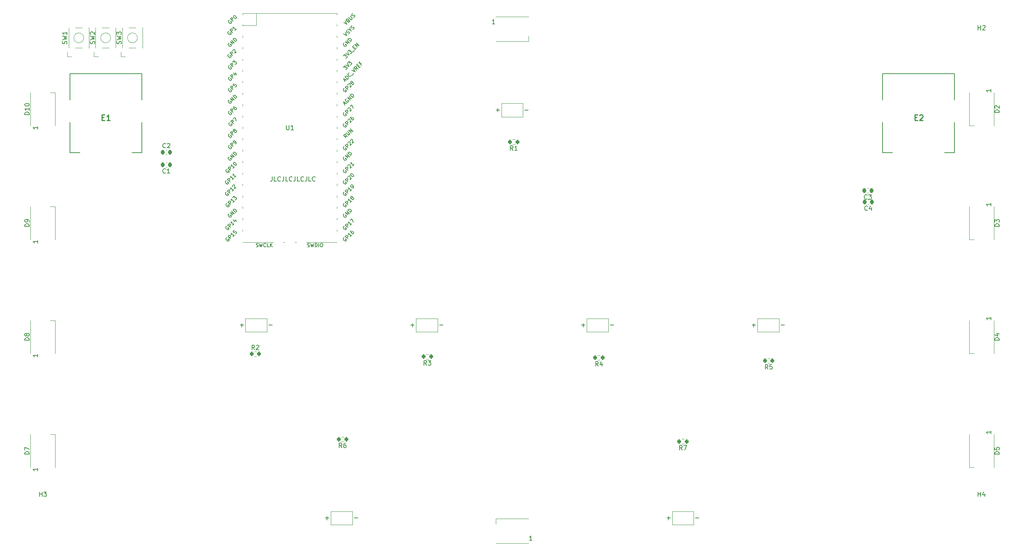
<source format=gto>
G04 #@! TF.GenerationSoftware,KiCad,Pcbnew,7.0.8*
G04 #@! TF.CreationDate,2023-11-04T04:32:00-07:00*
G04 #@! TF.ProjectId,picovoltexv2,7069636f-766f-46c7-9465-7876322e6b69,rev?*
G04 #@! TF.SameCoordinates,Original*
G04 #@! TF.FileFunction,Legend,Top*
G04 #@! TF.FilePolarity,Positive*
%FSLAX46Y46*%
G04 Gerber Fmt 4.6, Leading zero omitted, Abs format (unit mm)*
G04 Created by KiCad (PCBNEW 7.0.8) date 2023-11-04 04:32:00*
%MOMM*%
%LPD*%
G01*
G04 APERTURE LIST*
G04 Aperture macros list*
%AMRoundRect*
0 Rectangle with rounded corners*
0 $1 Rounding radius*
0 $2 $3 $4 $5 $6 $7 $8 $9 X,Y pos of 4 corners*
0 Add a 4 corners polygon primitive as box body*
4,1,4,$2,$3,$4,$5,$6,$7,$8,$9,$2,$3,0*
0 Add four circle primitives for the rounded corners*
1,1,$1+$1,$2,$3*
1,1,$1+$1,$4,$5*
1,1,$1+$1,$6,$7*
1,1,$1+$1,$8,$9*
0 Add four rect primitives between the rounded corners*
20,1,$1+$1,$2,$3,$4,$5,0*
20,1,$1+$1,$4,$5,$6,$7,0*
20,1,$1+$1,$6,$7,$8,$9,0*
20,1,$1+$1,$8,$9,$2,$3,0*%
G04 Aperture macros list end*
%ADD10C,0.150000*%
%ADD11C,0.254000*%
%ADD12C,0.120000*%
%ADD13C,0.200000*%
%ADD14C,0.100000*%
%ADD15R,0.900000X1.500000*%
%ADD16R,1.500000X0.900000*%
%ADD17C,3.200000*%
%ADD18C,1.800000*%
%ADD19C,4.350000*%
%ADD20RoundRect,0.200000X-0.200000X-0.275000X0.200000X-0.275000X0.200000X0.275000X-0.200000X0.275000X0*%
%ADD21RoundRect,0.200000X0.200000X0.275000X-0.200000X0.275000X-0.200000X-0.275000X0.200000X-0.275000X0*%
%ADD22C,1.750000*%
%ADD23C,3.000000*%
%ADD24C,3.987800*%
%ADD25R,1.500000X2.600000*%
%ADD26R,1.400000X1.650000*%
%ADD27RoundRect,0.225000X0.225000X0.250000X-0.225000X0.250000X-0.225000X-0.250000X0.225000X-0.250000X0*%
%ADD28O,1.800000X1.800000*%
%ADD29O,1.500000X1.500000*%
%ADD30O,1.700000X1.700000*%
%ADD31R,3.500000X1.700000*%
%ADD32R,1.700000X1.700000*%
%ADD33R,1.700000X3.500000*%
%ADD34RoundRect,0.225000X-0.225000X-0.250000X0.225000X-0.250000X0.225000X0.250000X-0.225000X0.250000X0*%
G04 APERTURE END LIST*
D10*
X98942493Y-73489819D02*
X98942493Y-74204104D01*
X98942493Y-74204104D02*
X98894874Y-74346961D01*
X98894874Y-74346961D02*
X98799636Y-74442200D01*
X98799636Y-74442200D02*
X98656779Y-74489819D01*
X98656779Y-74489819D02*
X98561541Y-74489819D01*
X99894874Y-74489819D02*
X99418684Y-74489819D01*
X99418684Y-74489819D02*
X99418684Y-73489819D01*
X100799636Y-74394580D02*
X100752017Y-74442200D01*
X100752017Y-74442200D02*
X100609160Y-74489819D01*
X100609160Y-74489819D02*
X100513922Y-74489819D01*
X100513922Y-74489819D02*
X100371065Y-74442200D01*
X100371065Y-74442200D02*
X100275827Y-74346961D01*
X100275827Y-74346961D02*
X100228208Y-74251723D01*
X100228208Y-74251723D02*
X100180589Y-74061247D01*
X100180589Y-74061247D02*
X100180589Y-73918390D01*
X100180589Y-73918390D02*
X100228208Y-73727914D01*
X100228208Y-73727914D02*
X100275827Y-73632676D01*
X100275827Y-73632676D02*
X100371065Y-73537438D01*
X100371065Y-73537438D02*
X100513922Y-73489819D01*
X100513922Y-73489819D02*
X100609160Y-73489819D01*
X100609160Y-73489819D02*
X100752017Y-73537438D01*
X100752017Y-73537438D02*
X100799636Y-73585057D01*
X101513922Y-73489819D02*
X101513922Y-74204104D01*
X101513922Y-74204104D02*
X101466303Y-74346961D01*
X101466303Y-74346961D02*
X101371065Y-74442200D01*
X101371065Y-74442200D02*
X101228208Y-74489819D01*
X101228208Y-74489819D02*
X101132970Y-74489819D01*
X102466303Y-74489819D02*
X101990113Y-74489819D01*
X101990113Y-74489819D02*
X101990113Y-73489819D01*
X103371065Y-74394580D02*
X103323446Y-74442200D01*
X103323446Y-74442200D02*
X103180589Y-74489819D01*
X103180589Y-74489819D02*
X103085351Y-74489819D01*
X103085351Y-74489819D02*
X102942494Y-74442200D01*
X102942494Y-74442200D02*
X102847256Y-74346961D01*
X102847256Y-74346961D02*
X102799637Y-74251723D01*
X102799637Y-74251723D02*
X102752018Y-74061247D01*
X102752018Y-74061247D02*
X102752018Y-73918390D01*
X102752018Y-73918390D02*
X102799637Y-73727914D01*
X102799637Y-73727914D02*
X102847256Y-73632676D01*
X102847256Y-73632676D02*
X102942494Y-73537438D01*
X102942494Y-73537438D02*
X103085351Y-73489819D01*
X103085351Y-73489819D02*
X103180589Y-73489819D01*
X103180589Y-73489819D02*
X103323446Y-73537438D01*
X103323446Y-73537438D02*
X103371065Y-73585057D01*
X104085351Y-73489819D02*
X104085351Y-74204104D01*
X104085351Y-74204104D02*
X104037732Y-74346961D01*
X104037732Y-74346961D02*
X103942494Y-74442200D01*
X103942494Y-74442200D02*
X103799637Y-74489819D01*
X103799637Y-74489819D02*
X103704399Y-74489819D01*
X105037732Y-74489819D02*
X104561542Y-74489819D01*
X104561542Y-74489819D02*
X104561542Y-73489819D01*
X105942494Y-74394580D02*
X105894875Y-74442200D01*
X105894875Y-74442200D02*
X105752018Y-74489819D01*
X105752018Y-74489819D02*
X105656780Y-74489819D01*
X105656780Y-74489819D02*
X105513923Y-74442200D01*
X105513923Y-74442200D02*
X105418685Y-74346961D01*
X105418685Y-74346961D02*
X105371066Y-74251723D01*
X105371066Y-74251723D02*
X105323447Y-74061247D01*
X105323447Y-74061247D02*
X105323447Y-73918390D01*
X105323447Y-73918390D02*
X105371066Y-73727914D01*
X105371066Y-73727914D02*
X105418685Y-73632676D01*
X105418685Y-73632676D02*
X105513923Y-73537438D01*
X105513923Y-73537438D02*
X105656780Y-73489819D01*
X105656780Y-73489819D02*
X105752018Y-73489819D01*
X105752018Y-73489819D02*
X105894875Y-73537438D01*
X105894875Y-73537438D02*
X105942494Y-73585057D01*
X106656780Y-73489819D02*
X106656780Y-74204104D01*
X106656780Y-74204104D02*
X106609161Y-74346961D01*
X106609161Y-74346961D02*
X106513923Y-74442200D01*
X106513923Y-74442200D02*
X106371066Y-74489819D01*
X106371066Y-74489819D02*
X106275828Y-74489819D01*
X107609161Y-74489819D02*
X107132971Y-74489819D01*
X107132971Y-74489819D02*
X107132971Y-73489819D01*
X108513923Y-74394580D02*
X108466304Y-74442200D01*
X108466304Y-74442200D02*
X108323447Y-74489819D01*
X108323447Y-74489819D02*
X108228209Y-74489819D01*
X108228209Y-74489819D02*
X108085352Y-74442200D01*
X108085352Y-74442200D02*
X107990114Y-74346961D01*
X107990114Y-74346961D02*
X107942495Y-74251723D01*
X107942495Y-74251723D02*
X107894876Y-74061247D01*
X107894876Y-74061247D02*
X107894876Y-73918390D01*
X107894876Y-73918390D02*
X107942495Y-73727914D01*
X107942495Y-73727914D02*
X107990114Y-73632676D01*
X107990114Y-73632676D02*
X108085352Y-73537438D01*
X108085352Y-73537438D02*
X108228209Y-73489819D01*
X108228209Y-73489819D02*
X108323447Y-73489819D01*
X108323447Y-73489819D02*
X108466304Y-73537438D01*
X108466304Y-73537438D02*
X108513923Y-73585057D01*
X44854819Y-59634285D02*
X43854819Y-59634285D01*
X43854819Y-59634285D02*
X43854819Y-59396190D01*
X43854819Y-59396190D02*
X43902438Y-59253333D01*
X43902438Y-59253333D02*
X43997676Y-59158095D01*
X43997676Y-59158095D02*
X44092914Y-59110476D01*
X44092914Y-59110476D02*
X44283390Y-59062857D01*
X44283390Y-59062857D02*
X44426247Y-59062857D01*
X44426247Y-59062857D02*
X44616723Y-59110476D01*
X44616723Y-59110476D02*
X44711961Y-59158095D01*
X44711961Y-59158095D02*
X44807200Y-59253333D01*
X44807200Y-59253333D02*
X44854819Y-59396190D01*
X44854819Y-59396190D02*
X44854819Y-59634285D01*
X44854819Y-58110476D02*
X44854819Y-58681904D01*
X44854819Y-58396190D02*
X43854819Y-58396190D01*
X43854819Y-58396190D02*
X43997676Y-58491428D01*
X43997676Y-58491428D02*
X44092914Y-58586666D01*
X44092914Y-58586666D02*
X44140533Y-58681904D01*
X43854819Y-57491428D02*
X43854819Y-57396190D01*
X43854819Y-57396190D02*
X43902438Y-57300952D01*
X43902438Y-57300952D02*
X43950057Y-57253333D01*
X43950057Y-57253333D02*
X44045295Y-57205714D01*
X44045295Y-57205714D02*
X44235771Y-57158095D01*
X44235771Y-57158095D02*
X44473866Y-57158095D01*
X44473866Y-57158095D02*
X44664342Y-57205714D01*
X44664342Y-57205714D02*
X44759580Y-57253333D01*
X44759580Y-57253333D02*
X44807200Y-57300952D01*
X44807200Y-57300952D02*
X44854819Y-57396190D01*
X44854819Y-57396190D02*
X44854819Y-57491428D01*
X44854819Y-57491428D02*
X44807200Y-57586666D01*
X44807200Y-57586666D02*
X44759580Y-57634285D01*
X44759580Y-57634285D02*
X44664342Y-57681904D01*
X44664342Y-57681904D02*
X44473866Y-57729523D01*
X44473866Y-57729523D02*
X44235771Y-57729523D01*
X44235771Y-57729523D02*
X44045295Y-57681904D01*
X44045295Y-57681904D02*
X43950057Y-57634285D01*
X43950057Y-57634285D02*
X43902438Y-57586666D01*
X43902438Y-57586666D02*
X43854819Y-57491428D01*
X46754819Y-62284285D02*
X46754819Y-62855713D01*
X46754819Y-62569999D02*
X45754819Y-62569999D01*
X45754819Y-62569999D02*
X45897676Y-62665237D01*
X45897676Y-62665237D02*
X45992914Y-62760475D01*
X45992914Y-62760475D02*
X46040533Y-62855713D01*
X44854819Y-84558094D02*
X43854819Y-84558094D01*
X43854819Y-84558094D02*
X43854819Y-84319999D01*
X43854819Y-84319999D02*
X43902438Y-84177142D01*
X43902438Y-84177142D02*
X43997676Y-84081904D01*
X43997676Y-84081904D02*
X44092914Y-84034285D01*
X44092914Y-84034285D02*
X44283390Y-83986666D01*
X44283390Y-83986666D02*
X44426247Y-83986666D01*
X44426247Y-83986666D02*
X44616723Y-84034285D01*
X44616723Y-84034285D02*
X44711961Y-84081904D01*
X44711961Y-84081904D02*
X44807200Y-84177142D01*
X44807200Y-84177142D02*
X44854819Y-84319999D01*
X44854819Y-84319999D02*
X44854819Y-84558094D01*
X44854819Y-83510475D02*
X44854819Y-83319999D01*
X44854819Y-83319999D02*
X44807200Y-83224761D01*
X44807200Y-83224761D02*
X44759580Y-83177142D01*
X44759580Y-83177142D02*
X44616723Y-83081904D01*
X44616723Y-83081904D02*
X44426247Y-83034285D01*
X44426247Y-83034285D02*
X44045295Y-83034285D01*
X44045295Y-83034285D02*
X43950057Y-83081904D01*
X43950057Y-83081904D02*
X43902438Y-83129523D01*
X43902438Y-83129523D02*
X43854819Y-83224761D01*
X43854819Y-83224761D02*
X43854819Y-83415237D01*
X43854819Y-83415237D02*
X43902438Y-83510475D01*
X43902438Y-83510475D02*
X43950057Y-83558094D01*
X43950057Y-83558094D02*
X44045295Y-83605713D01*
X44045295Y-83605713D02*
X44283390Y-83605713D01*
X44283390Y-83605713D02*
X44378628Y-83558094D01*
X44378628Y-83558094D02*
X44426247Y-83510475D01*
X44426247Y-83510475D02*
X44473866Y-83415237D01*
X44473866Y-83415237D02*
X44473866Y-83224761D01*
X44473866Y-83224761D02*
X44426247Y-83129523D01*
X44426247Y-83129523D02*
X44378628Y-83081904D01*
X44378628Y-83081904D02*
X44283390Y-83034285D01*
X46754819Y-87684285D02*
X46754819Y-88255713D01*
X46754819Y-87969999D02*
X45754819Y-87969999D01*
X45754819Y-87969999D02*
X45897676Y-88065237D01*
X45897676Y-88065237D02*
X45992914Y-88160475D01*
X45992914Y-88160475D02*
X46040533Y-88255713D01*
X44854819Y-109958094D02*
X43854819Y-109958094D01*
X43854819Y-109958094D02*
X43854819Y-109719999D01*
X43854819Y-109719999D02*
X43902438Y-109577142D01*
X43902438Y-109577142D02*
X43997676Y-109481904D01*
X43997676Y-109481904D02*
X44092914Y-109434285D01*
X44092914Y-109434285D02*
X44283390Y-109386666D01*
X44283390Y-109386666D02*
X44426247Y-109386666D01*
X44426247Y-109386666D02*
X44616723Y-109434285D01*
X44616723Y-109434285D02*
X44711961Y-109481904D01*
X44711961Y-109481904D02*
X44807200Y-109577142D01*
X44807200Y-109577142D02*
X44854819Y-109719999D01*
X44854819Y-109719999D02*
X44854819Y-109958094D01*
X44283390Y-108815237D02*
X44235771Y-108910475D01*
X44235771Y-108910475D02*
X44188152Y-108958094D01*
X44188152Y-108958094D02*
X44092914Y-109005713D01*
X44092914Y-109005713D02*
X44045295Y-109005713D01*
X44045295Y-109005713D02*
X43950057Y-108958094D01*
X43950057Y-108958094D02*
X43902438Y-108910475D01*
X43902438Y-108910475D02*
X43854819Y-108815237D01*
X43854819Y-108815237D02*
X43854819Y-108624761D01*
X43854819Y-108624761D02*
X43902438Y-108529523D01*
X43902438Y-108529523D02*
X43950057Y-108481904D01*
X43950057Y-108481904D02*
X44045295Y-108434285D01*
X44045295Y-108434285D02*
X44092914Y-108434285D01*
X44092914Y-108434285D02*
X44188152Y-108481904D01*
X44188152Y-108481904D02*
X44235771Y-108529523D01*
X44235771Y-108529523D02*
X44283390Y-108624761D01*
X44283390Y-108624761D02*
X44283390Y-108815237D01*
X44283390Y-108815237D02*
X44331009Y-108910475D01*
X44331009Y-108910475D02*
X44378628Y-108958094D01*
X44378628Y-108958094D02*
X44473866Y-109005713D01*
X44473866Y-109005713D02*
X44664342Y-109005713D01*
X44664342Y-109005713D02*
X44759580Y-108958094D01*
X44759580Y-108958094D02*
X44807200Y-108910475D01*
X44807200Y-108910475D02*
X44854819Y-108815237D01*
X44854819Y-108815237D02*
X44854819Y-108624761D01*
X44854819Y-108624761D02*
X44807200Y-108529523D01*
X44807200Y-108529523D02*
X44759580Y-108481904D01*
X44759580Y-108481904D02*
X44664342Y-108434285D01*
X44664342Y-108434285D02*
X44473866Y-108434285D01*
X44473866Y-108434285D02*
X44378628Y-108481904D01*
X44378628Y-108481904D02*
X44331009Y-108529523D01*
X44331009Y-108529523D02*
X44283390Y-108624761D01*
X46754819Y-113084285D02*
X46754819Y-113655713D01*
X46754819Y-113369999D02*
X45754819Y-113369999D01*
X45754819Y-113369999D02*
X45897676Y-113465237D01*
X45897676Y-113465237D02*
X45992914Y-113560475D01*
X45992914Y-113560475D02*
X46040533Y-113655713D01*
X44854819Y-135358094D02*
X43854819Y-135358094D01*
X43854819Y-135358094D02*
X43854819Y-135119999D01*
X43854819Y-135119999D02*
X43902438Y-134977142D01*
X43902438Y-134977142D02*
X43997676Y-134881904D01*
X43997676Y-134881904D02*
X44092914Y-134834285D01*
X44092914Y-134834285D02*
X44283390Y-134786666D01*
X44283390Y-134786666D02*
X44426247Y-134786666D01*
X44426247Y-134786666D02*
X44616723Y-134834285D01*
X44616723Y-134834285D02*
X44711961Y-134881904D01*
X44711961Y-134881904D02*
X44807200Y-134977142D01*
X44807200Y-134977142D02*
X44854819Y-135119999D01*
X44854819Y-135119999D02*
X44854819Y-135358094D01*
X43854819Y-134453332D02*
X43854819Y-133786666D01*
X43854819Y-133786666D02*
X44854819Y-134215237D01*
X46754819Y-138484285D02*
X46754819Y-139055713D01*
X46754819Y-138769999D02*
X45754819Y-138769999D01*
X45754819Y-138769999D02*
X45897676Y-138865237D01*
X45897676Y-138865237D02*
X45992914Y-138960475D01*
X45992914Y-138960475D02*
X46040533Y-139055713D01*
X156835714Y-154574819D02*
X156264286Y-154574819D01*
X156550000Y-154574819D02*
X156550000Y-153574819D01*
X156550000Y-153574819D02*
X156454762Y-153717676D01*
X156454762Y-153717676D02*
X156359524Y-153812914D01*
X156359524Y-153812914D02*
X156264286Y-153860533D01*
X260854819Y-135358094D02*
X259854819Y-135358094D01*
X259854819Y-135358094D02*
X259854819Y-135119999D01*
X259854819Y-135119999D02*
X259902438Y-134977142D01*
X259902438Y-134977142D02*
X259997676Y-134881904D01*
X259997676Y-134881904D02*
X260092914Y-134834285D01*
X260092914Y-134834285D02*
X260283390Y-134786666D01*
X260283390Y-134786666D02*
X260426247Y-134786666D01*
X260426247Y-134786666D02*
X260616723Y-134834285D01*
X260616723Y-134834285D02*
X260711961Y-134881904D01*
X260711961Y-134881904D02*
X260807200Y-134977142D01*
X260807200Y-134977142D02*
X260854819Y-135119999D01*
X260854819Y-135119999D02*
X260854819Y-135358094D01*
X259854819Y-133881904D02*
X259854819Y-134358094D01*
X259854819Y-134358094D02*
X260331009Y-134405713D01*
X260331009Y-134405713D02*
X260283390Y-134358094D01*
X260283390Y-134358094D02*
X260235771Y-134262856D01*
X260235771Y-134262856D02*
X260235771Y-134024761D01*
X260235771Y-134024761D02*
X260283390Y-133929523D01*
X260283390Y-133929523D02*
X260331009Y-133881904D01*
X260331009Y-133881904D02*
X260426247Y-133834285D01*
X260426247Y-133834285D02*
X260664342Y-133834285D01*
X260664342Y-133834285D02*
X260759580Y-133881904D01*
X260759580Y-133881904D02*
X260807200Y-133929523D01*
X260807200Y-133929523D02*
X260854819Y-134024761D01*
X260854819Y-134024761D02*
X260854819Y-134262856D01*
X260854819Y-134262856D02*
X260807200Y-134358094D01*
X260807200Y-134358094D02*
X260759580Y-134405713D01*
X258954819Y-130184285D02*
X258954819Y-130755713D01*
X258954819Y-130469999D02*
X257954819Y-130469999D01*
X257954819Y-130469999D02*
X258097676Y-130565237D01*
X258097676Y-130565237D02*
X258192914Y-130660475D01*
X258192914Y-130660475D02*
X258240533Y-130755713D01*
X260854819Y-109958094D02*
X259854819Y-109958094D01*
X259854819Y-109958094D02*
X259854819Y-109719999D01*
X259854819Y-109719999D02*
X259902438Y-109577142D01*
X259902438Y-109577142D02*
X259997676Y-109481904D01*
X259997676Y-109481904D02*
X260092914Y-109434285D01*
X260092914Y-109434285D02*
X260283390Y-109386666D01*
X260283390Y-109386666D02*
X260426247Y-109386666D01*
X260426247Y-109386666D02*
X260616723Y-109434285D01*
X260616723Y-109434285D02*
X260711961Y-109481904D01*
X260711961Y-109481904D02*
X260807200Y-109577142D01*
X260807200Y-109577142D02*
X260854819Y-109719999D01*
X260854819Y-109719999D02*
X260854819Y-109958094D01*
X260188152Y-108529523D02*
X260854819Y-108529523D01*
X259807200Y-108767618D02*
X260521485Y-109005713D01*
X260521485Y-109005713D02*
X260521485Y-108386666D01*
X258954819Y-104784285D02*
X258954819Y-105355713D01*
X258954819Y-105069999D02*
X257954819Y-105069999D01*
X257954819Y-105069999D02*
X258097676Y-105165237D01*
X258097676Y-105165237D02*
X258192914Y-105260475D01*
X258192914Y-105260475D02*
X258240533Y-105355713D01*
X260854819Y-84558094D02*
X259854819Y-84558094D01*
X259854819Y-84558094D02*
X259854819Y-84319999D01*
X259854819Y-84319999D02*
X259902438Y-84177142D01*
X259902438Y-84177142D02*
X259997676Y-84081904D01*
X259997676Y-84081904D02*
X260092914Y-84034285D01*
X260092914Y-84034285D02*
X260283390Y-83986666D01*
X260283390Y-83986666D02*
X260426247Y-83986666D01*
X260426247Y-83986666D02*
X260616723Y-84034285D01*
X260616723Y-84034285D02*
X260711961Y-84081904D01*
X260711961Y-84081904D02*
X260807200Y-84177142D01*
X260807200Y-84177142D02*
X260854819Y-84319999D01*
X260854819Y-84319999D02*
X260854819Y-84558094D01*
X259854819Y-83653332D02*
X259854819Y-83034285D01*
X259854819Y-83034285D02*
X260235771Y-83367618D01*
X260235771Y-83367618D02*
X260235771Y-83224761D01*
X260235771Y-83224761D02*
X260283390Y-83129523D01*
X260283390Y-83129523D02*
X260331009Y-83081904D01*
X260331009Y-83081904D02*
X260426247Y-83034285D01*
X260426247Y-83034285D02*
X260664342Y-83034285D01*
X260664342Y-83034285D02*
X260759580Y-83081904D01*
X260759580Y-83081904D02*
X260807200Y-83129523D01*
X260807200Y-83129523D02*
X260854819Y-83224761D01*
X260854819Y-83224761D02*
X260854819Y-83510475D01*
X260854819Y-83510475D02*
X260807200Y-83605713D01*
X260807200Y-83605713D02*
X260759580Y-83653332D01*
X258954819Y-79384285D02*
X258954819Y-79955713D01*
X258954819Y-79669999D02*
X257954819Y-79669999D01*
X257954819Y-79669999D02*
X258097676Y-79765237D01*
X258097676Y-79765237D02*
X258192914Y-79860475D01*
X258192914Y-79860475D02*
X258240533Y-79955713D01*
X260854819Y-59158094D02*
X259854819Y-59158094D01*
X259854819Y-59158094D02*
X259854819Y-58919999D01*
X259854819Y-58919999D02*
X259902438Y-58777142D01*
X259902438Y-58777142D02*
X259997676Y-58681904D01*
X259997676Y-58681904D02*
X260092914Y-58634285D01*
X260092914Y-58634285D02*
X260283390Y-58586666D01*
X260283390Y-58586666D02*
X260426247Y-58586666D01*
X260426247Y-58586666D02*
X260616723Y-58634285D01*
X260616723Y-58634285D02*
X260711961Y-58681904D01*
X260711961Y-58681904D02*
X260807200Y-58777142D01*
X260807200Y-58777142D02*
X260854819Y-58919999D01*
X260854819Y-58919999D02*
X260854819Y-59158094D01*
X259950057Y-58205713D02*
X259902438Y-58158094D01*
X259902438Y-58158094D02*
X259854819Y-58062856D01*
X259854819Y-58062856D02*
X259854819Y-57824761D01*
X259854819Y-57824761D02*
X259902438Y-57729523D01*
X259902438Y-57729523D02*
X259950057Y-57681904D01*
X259950057Y-57681904D02*
X260045295Y-57634285D01*
X260045295Y-57634285D02*
X260140533Y-57634285D01*
X260140533Y-57634285D02*
X260283390Y-57681904D01*
X260283390Y-57681904D02*
X260854819Y-58253332D01*
X260854819Y-58253332D02*
X260854819Y-57634285D01*
X258954819Y-53984285D02*
X258954819Y-54555713D01*
X258954819Y-54269999D02*
X257954819Y-54269999D01*
X257954819Y-54269999D02*
X258097676Y-54365237D01*
X258097676Y-54365237D02*
X258192914Y-54460475D01*
X258192914Y-54460475D02*
X258240533Y-54555713D01*
X148535714Y-39374819D02*
X147964286Y-39374819D01*
X148250000Y-39374819D02*
X148250000Y-38374819D01*
X148250000Y-38374819D02*
X148154762Y-38517676D01*
X148154762Y-38517676D02*
X148059524Y-38612914D01*
X148059524Y-38612914D02*
X147964286Y-38660533D01*
D11*
X61023094Y-60279080D02*
X61446428Y-60279080D01*
X61627856Y-60944318D02*
X61023094Y-60944318D01*
X61023094Y-60944318D02*
X61023094Y-59674318D01*
X61023094Y-59674318D02*
X61627856Y-59674318D01*
X62837381Y-60944318D02*
X62111666Y-60944318D01*
X62474523Y-60944318D02*
X62474523Y-59674318D01*
X62474523Y-59674318D02*
X62353571Y-59855746D01*
X62353571Y-59855746D02*
X62232619Y-59976699D01*
X62232619Y-59976699D02*
X62111666Y-60037175D01*
D10*
X95033333Y-112044819D02*
X94700000Y-111568628D01*
X94461905Y-112044819D02*
X94461905Y-111044819D01*
X94461905Y-111044819D02*
X94842857Y-111044819D01*
X94842857Y-111044819D02*
X94938095Y-111092438D01*
X94938095Y-111092438D02*
X94985714Y-111140057D01*
X94985714Y-111140057D02*
X95033333Y-111235295D01*
X95033333Y-111235295D02*
X95033333Y-111378152D01*
X95033333Y-111378152D02*
X94985714Y-111473390D01*
X94985714Y-111473390D02*
X94938095Y-111521009D01*
X94938095Y-111521009D02*
X94842857Y-111568628D01*
X94842857Y-111568628D02*
X94461905Y-111568628D01*
X95414286Y-111140057D02*
X95461905Y-111092438D01*
X95461905Y-111092438D02*
X95557143Y-111044819D01*
X95557143Y-111044819D02*
X95795238Y-111044819D01*
X95795238Y-111044819D02*
X95890476Y-111092438D01*
X95890476Y-111092438D02*
X95938095Y-111140057D01*
X95938095Y-111140057D02*
X95985714Y-111235295D01*
X95985714Y-111235295D02*
X95985714Y-111330533D01*
X95985714Y-111330533D02*
X95938095Y-111473390D01*
X95938095Y-111473390D02*
X95366667Y-112044819D01*
X95366667Y-112044819D02*
X95985714Y-112044819D01*
X152578333Y-67604819D02*
X152245000Y-67128628D01*
X152006905Y-67604819D02*
X152006905Y-66604819D01*
X152006905Y-66604819D02*
X152387857Y-66604819D01*
X152387857Y-66604819D02*
X152483095Y-66652438D01*
X152483095Y-66652438D02*
X152530714Y-66700057D01*
X152530714Y-66700057D02*
X152578333Y-66795295D01*
X152578333Y-66795295D02*
X152578333Y-66938152D01*
X152578333Y-66938152D02*
X152530714Y-67033390D01*
X152530714Y-67033390D02*
X152483095Y-67081009D01*
X152483095Y-67081009D02*
X152387857Y-67128628D01*
X152387857Y-67128628D02*
X152006905Y-67128628D01*
X153530714Y-67604819D02*
X152959286Y-67604819D01*
X153245000Y-67604819D02*
X153245000Y-66604819D01*
X153245000Y-66604819D02*
X153149762Y-66747676D01*
X153149762Y-66747676D02*
X153054524Y-66842914D01*
X153054524Y-66842914D02*
X152959286Y-66890533D01*
X171553333Y-115704819D02*
X171220000Y-115228628D01*
X170981905Y-115704819D02*
X170981905Y-114704819D01*
X170981905Y-114704819D02*
X171362857Y-114704819D01*
X171362857Y-114704819D02*
X171458095Y-114752438D01*
X171458095Y-114752438D02*
X171505714Y-114800057D01*
X171505714Y-114800057D02*
X171553333Y-114895295D01*
X171553333Y-114895295D02*
X171553333Y-115038152D01*
X171553333Y-115038152D02*
X171505714Y-115133390D01*
X171505714Y-115133390D02*
X171458095Y-115181009D01*
X171458095Y-115181009D02*
X171362857Y-115228628D01*
X171362857Y-115228628D02*
X170981905Y-115228628D01*
X172410476Y-115038152D02*
X172410476Y-115704819D01*
X172172381Y-114657200D02*
X171934286Y-115371485D01*
X171934286Y-115371485D02*
X172553333Y-115371485D01*
X193219048Y-149593866D02*
X193980953Y-149593866D01*
X186819048Y-149593866D02*
X187580953Y-149593866D01*
X187200000Y-149974819D02*
X187200000Y-149212914D01*
D11*
X242023094Y-60279080D02*
X242446428Y-60279080D01*
X242627856Y-60944318D02*
X242023094Y-60944318D01*
X242023094Y-60944318D02*
X242023094Y-59674318D01*
X242023094Y-59674318D02*
X242627856Y-59674318D01*
X243111666Y-59795270D02*
X243172142Y-59734794D01*
X243172142Y-59734794D02*
X243293095Y-59674318D01*
X243293095Y-59674318D02*
X243595476Y-59674318D01*
X243595476Y-59674318D02*
X243716428Y-59734794D01*
X243716428Y-59734794D02*
X243776904Y-59795270D01*
X243776904Y-59795270D02*
X243837381Y-59916222D01*
X243837381Y-59916222D02*
X243837381Y-60037175D01*
X243837381Y-60037175D02*
X243776904Y-60218603D01*
X243776904Y-60218603D02*
X243051190Y-60944318D01*
X243051190Y-60944318D02*
X243837381Y-60944318D01*
D10*
X53207200Y-43853332D02*
X53254819Y-43710475D01*
X53254819Y-43710475D02*
X53254819Y-43472380D01*
X53254819Y-43472380D02*
X53207200Y-43377142D01*
X53207200Y-43377142D02*
X53159580Y-43329523D01*
X53159580Y-43329523D02*
X53064342Y-43281904D01*
X53064342Y-43281904D02*
X52969104Y-43281904D01*
X52969104Y-43281904D02*
X52873866Y-43329523D01*
X52873866Y-43329523D02*
X52826247Y-43377142D01*
X52826247Y-43377142D02*
X52778628Y-43472380D01*
X52778628Y-43472380D02*
X52731009Y-43662856D01*
X52731009Y-43662856D02*
X52683390Y-43758094D01*
X52683390Y-43758094D02*
X52635771Y-43805713D01*
X52635771Y-43805713D02*
X52540533Y-43853332D01*
X52540533Y-43853332D02*
X52445295Y-43853332D01*
X52445295Y-43853332D02*
X52350057Y-43805713D01*
X52350057Y-43805713D02*
X52302438Y-43758094D01*
X52302438Y-43758094D02*
X52254819Y-43662856D01*
X52254819Y-43662856D02*
X52254819Y-43424761D01*
X52254819Y-43424761D02*
X52302438Y-43281904D01*
X52254819Y-42948570D02*
X53254819Y-42710475D01*
X53254819Y-42710475D02*
X52540533Y-42519999D01*
X52540533Y-42519999D02*
X53254819Y-42329523D01*
X53254819Y-42329523D02*
X52254819Y-42091428D01*
X53254819Y-41186666D02*
X53254819Y-41758094D01*
X53254819Y-41472380D02*
X52254819Y-41472380D01*
X52254819Y-41472380D02*
X52397676Y-41567618D01*
X52397676Y-41567618D02*
X52492914Y-41662856D01*
X52492914Y-41662856D02*
X52540533Y-41758094D01*
X231508333Y-80909580D02*
X231460714Y-80957200D01*
X231460714Y-80957200D02*
X231317857Y-81004819D01*
X231317857Y-81004819D02*
X231222619Y-81004819D01*
X231222619Y-81004819D02*
X231079762Y-80957200D01*
X231079762Y-80957200D02*
X230984524Y-80861961D01*
X230984524Y-80861961D02*
X230936905Y-80766723D01*
X230936905Y-80766723D02*
X230889286Y-80576247D01*
X230889286Y-80576247D02*
X230889286Y-80433390D01*
X230889286Y-80433390D02*
X230936905Y-80242914D01*
X230936905Y-80242914D02*
X230984524Y-80147676D01*
X230984524Y-80147676D02*
X231079762Y-80052438D01*
X231079762Y-80052438D02*
X231222619Y-80004819D01*
X231222619Y-80004819D02*
X231317857Y-80004819D01*
X231317857Y-80004819D02*
X231460714Y-80052438D01*
X231460714Y-80052438D02*
X231508333Y-80100057D01*
X232365476Y-80338152D02*
X232365476Y-81004819D01*
X232127381Y-79957200D02*
X231889286Y-80671485D01*
X231889286Y-80671485D02*
X232508333Y-80671485D01*
X167819048Y-106593866D02*
X168580953Y-106593866D01*
X168200000Y-106974819D02*
X168200000Y-106212914D01*
X174219048Y-106593866D02*
X174980953Y-106593866D01*
X110819048Y-149593866D02*
X111580953Y-149593866D01*
X111200000Y-149974819D02*
X111200000Y-149212914D01*
X117219048Y-149593866D02*
X117980953Y-149593866D01*
X75233333Y-72609580D02*
X75185714Y-72657200D01*
X75185714Y-72657200D02*
X75042857Y-72704819D01*
X75042857Y-72704819D02*
X74947619Y-72704819D01*
X74947619Y-72704819D02*
X74804762Y-72657200D01*
X74804762Y-72657200D02*
X74709524Y-72561961D01*
X74709524Y-72561961D02*
X74661905Y-72466723D01*
X74661905Y-72466723D02*
X74614286Y-72276247D01*
X74614286Y-72276247D02*
X74614286Y-72133390D01*
X74614286Y-72133390D02*
X74661905Y-71942914D01*
X74661905Y-71942914D02*
X74709524Y-71847676D01*
X74709524Y-71847676D02*
X74804762Y-71752438D01*
X74804762Y-71752438D02*
X74947619Y-71704819D01*
X74947619Y-71704819D02*
X75042857Y-71704819D01*
X75042857Y-71704819D02*
X75185714Y-71752438D01*
X75185714Y-71752438D02*
X75233333Y-71800057D01*
X76185714Y-72704819D02*
X75614286Y-72704819D01*
X75900000Y-72704819D02*
X75900000Y-71704819D01*
X75900000Y-71704819D02*
X75804762Y-71847676D01*
X75804762Y-71847676D02*
X75709524Y-71942914D01*
X75709524Y-71942914D02*
X75614286Y-71990533D01*
X114478333Y-133904819D02*
X114145000Y-133428628D01*
X113906905Y-133904819D02*
X113906905Y-132904819D01*
X113906905Y-132904819D02*
X114287857Y-132904819D01*
X114287857Y-132904819D02*
X114383095Y-132952438D01*
X114383095Y-132952438D02*
X114430714Y-133000057D01*
X114430714Y-133000057D02*
X114478333Y-133095295D01*
X114478333Y-133095295D02*
X114478333Y-133238152D01*
X114478333Y-133238152D02*
X114430714Y-133333390D01*
X114430714Y-133333390D02*
X114383095Y-133381009D01*
X114383095Y-133381009D02*
X114287857Y-133428628D01*
X114287857Y-133428628D02*
X113906905Y-133428628D01*
X115335476Y-132904819D02*
X115145000Y-132904819D01*
X115145000Y-132904819D02*
X115049762Y-132952438D01*
X115049762Y-132952438D02*
X115002143Y-133000057D01*
X115002143Y-133000057D02*
X114906905Y-133142914D01*
X114906905Y-133142914D02*
X114859286Y-133333390D01*
X114859286Y-133333390D02*
X114859286Y-133714342D01*
X114859286Y-133714342D02*
X114906905Y-133809580D01*
X114906905Y-133809580D02*
X114954524Y-133857200D01*
X114954524Y-133857200D02*
X115049762Y-133904819D01*
X115049762Y-133904819D02*
X115240238Y-133904819D01*
X115240238Y-133904819D02*
X115335476Y-133857200D01*
X115335476Y-133857200D02*
X115383095Y-133809580D01*
X115383095Y-133809580D02*
X115430714Y-133714342D01*
X115430714Y-133714342D02*
X115430714Y-133476247D01*
X115430714Y-133476247D02*
X115383095Y-133381009D01*
X115383095Y-133381009D02*
X115335476Y-133333390D01*
X115335476Y-133333390D02*
X115240238Y-133285771D01*
X115240238Y-133285771D02*
X115049762Y-133285771D01*
X115049762Y-133285771D02*
X114954524Y-133333390D01*
X114954524Y-133333390D02*
X114906905Y-133381009D01*
X114906905Y-133381009D02*
X114859286Y-133476247D01*
X133353333Y-115504819D02*
X133020000Y-115028628D01*
X132781905Y-115504819D02*
X132781905Y-114504819D01*
X132781905Y-114504819D02*
X133162857Y-114504819D01*
X133162857Y-114504819D02*
X133258095Y-114552438D01*
X133258095Y-114552438D02*
X133305714Y-114600057D01*
X133305714Y-114600057D02*
X133353333Y-114695295D01*
X133353333Y-114695295D02*
X133353333Y-114838152D01*
X133353333Y-114838152D02*
X133305714Y-114933390D01*
X133305714Y-114933390D02*
X133258095Y-114981009D01*
X133258095Y-114981009D02*
X133162857Y-115028628D01*
X133162857Y-115028628D02*
X132781905Y-115028628D01*
X133686667Y-114504819D02*
X134305714Y-114504819D01*
X134305714Y-114504819D02*
X133972381Y-114885771D01*
X133972381Y-114885771D02*
X134115238Y-114885771D01*
X134115238Y-114885771D02*
X134210476Y-114933390D01*
X134210476Y-114933390D02*
X134258095Y-114981009D01*
X134258095Y-114981009D02*
X134305714Y-115076247D01*
X134305714Y-115076247D02*
X134305714Y-115314342D01*
X134305714Y-115314342D02*
X134258095Y-115409580D01*
X134258095Y-115409580D02*
X134210476Y-115457200D01*
X134210476Y-115457200D02*
X134115238Y-115504819D01*
X134115238Y-115504819D02*
X133829524Y-115504819D01*
X133829524Y-115504819D02*
X133734286Y-115457200D01*
X133734286Y-115457200D02*
X133686667Y-115409580D01*
X47138095Y-144774819D02*
X47138095Y-143774819D01*
X47138095Y-144251009D02*
X47709523Y-144251009D01*
X47709523Y-144774819D02*
X47709523Y-143774819D01*
X48090476Y-143774819D02*
X48709523Y-143774819D01*
X48709523Y-143774819D02*
X48376190Y-144155771D01*
X48376190Y-144155771D02*
X48519047Y-144155771D01*
X48519047Y-144155771D02*
X48614285Y-144203390D01*
X48614285Y-144203390D02*
X48661904Y-144251009D01*
X48661904Y-144251009D02*
X48709523Y-144346247D01*
X48709523Y-144346247D02*
X48709523Y-144584342D01*
X48709523Y-144584342D02*
X48661904Y-144679580D01*
X48661904Y-144679580D02*
X48614285Y-144727200D01*
X48614285Y-144727200D02*
X48519047Y-144774819D01*
X48519047Y-144774819D02*
X48233333Y-144774819D01*
X48233333Y-144774819D02*
X48138095Y-144727200D01*
X48138095Y-144727200D02*
X48090476Y-144679580D01*
X102138095Y-62029819D02*
X102138095Y-62839342D01*
X102138095Y-62839342D02*
X102185714Y-62934580D01*
X102185714Y-62934580D02*
X102233333Y-62982200D01*
X102233333Y-62982200D02*
X102328571Y-63029819D01*
X102328571Y-63029819D02*
X102519047Y-63029819D01*
X102519047Y-63029819D02*
X102614285Y-62982200D01*
X102614285Y-62982200D02*
X102661904Y-62934580D01*
X102661904Y-62934580D02*
X102709523Y-62839342D01*
X102709523Y-62839342D02*
X102709523Y-62029819D01*
X103709523Y-63029819D02*
X103138095Y-63029819D01*
X103423809Y-63029819D02*
X103423809Y-62029819D01*
X103423809Y-62029819D02*
X103328571Y-62172676D01*
X103328571Y-62172676D02*
X103233333Y-62267914D01*
X103233333Y-62267914D02*
X103138095Y-62315533D01*
X89313372Y-46186494D02*
X89232560Y-46213431D01*
X89232560Y-46213431D02*
X89151748Y-46294243D01*
X89151748Y-46294243D02*
X89097873Y-46401993D01*
X89097873Y-46401993D02*
X89097873Y-46509742D01*
X89097873Y-46509742D02*
X89124810Y-46590555D01*
X89124810Y-46590555D02*
X89205623Y-46725242D01*
X89205623Y-46725242D02*
X89286435Y-46806054D01*
X89286435Y-46806054D02*
X89421122Y-46886866D01*
X89421122Y-46886866D02*
X89501934Y-46913803D01*
X89501934Y-46913803D02*
X89609684Y-46913803D01*
X89609684Y-46913803D02*
X89717433Y-46859929D01*
X89717433Y-46859929D02*
X89771308Y-46806054D01*
X89771308Y-46806054D02*
X89825183Y-46698304D01*
X89825183Y-46698304D02*
X89825183Y-46644429D01*
X89825183Y-46644429D02*
X89636621Y-46455868D01*
X89636621Y-46455868D02*
X89528871Y-46563617D01*
X90121494Y-46455868D02*
X89555809Y-45890182D01*
X89555809Y-45890182D02*
X89771308Y-45674683D01*
X89771308Y-45674683D02*
X89852120Y-45647746D01*
X89852120Y-45647746D02*
X89905995Y-45647746D01*
X89905995Y-45647746D02*
X89986807Y-45674683D01*
X89986807Y-45674683D02*
X90067619Y-45755495D01*
X90067619Y-45755495D02*
X90094557Y-45836307D01*
X90094557Y-45836307D02*
X90094557Y-45890182D01*
X90094557Y-45890182D02*
X90067619Y-45970994D01*
X90067619Y-45970994D02*
X89852120Y-46186494D01*
X90148432Y-45405309D02*
X90148432Y-45351434D01*
X90148432Y-45351434D02*
X90175369Y-45270622D01*
X90175369Y-45270622D02*
X90310056Y-45135935D01*
X90310056Y-45135935D02*
X90390868Y-45108998D01*
X90390868Y-45108998D02*
X90444743Y-45108998D01*
X90444743Y-45108998D02*
X90525555Y-45135935D01*
X90525555Y-45135935D02*
X90579430Y-45189810D01*
X90579430Y-45189810D02*
X90633305Y-45297559D01*
X90633305Y-45297559D02*
X90633305Y-45944057D01*
X90633305Y-45944057D02*
X90983491Y-45593871D01*
X114986435Y-69073431D02*
X114905623Y-69100368D01*
X114905623Y-69100368D02*
X114824811Y-69181180D01*
X114824811Y-69181180D02*
X114770936Y-69288930D01*
X114770936Y-69288930D02*
X114770936Y-69396680D01*
X114770936Y-69396680D02*
X114797873Y-69477492D01*
X114797873Y-69477492D02*
X114878685Y-69612179D01*
X114878685Y-69612179D02*
X114959498Y-69692991D01*
X114959498Y-69692991D02*
X115094185Y-69773803D01*
X115094185Y-69773803D02*
X115174997Y-69800741D01*
X115174997Y-69800741D02*
X115282746Y-69800741D01*
X115282746Y-69800741D02*
X115390496Y-69746866D01*
X115390496Y-69746866D02*
X115444371Y-69692991D01*
X115444371Y-69692991D02*
X115498246Y-69585241D01*
X115498246Y-69585241D02*
X115498246Y-69531367D01*
X115498246Y-69531367D02*
X115309684Y-69342805D01*
X115309684Y-69342805D02*
X115201934Y-69450554D01*
X115794557Y-69342805D02*
X115228872Y-68777119D01*
X115228872Y-68777119D02*
X116117806Y-69019556D01*
X116117806Y-69019556D02*
X115552120Y-68453871D01*
X116387180Y-68750182D02*
X115821494Y-68184497D01*
X115821494Y-68184497D02*
X115956181Y-68049810D01*
X115956181Y-68049810D02*
X116063931Y-67995935D01*
X116063931Y-67995935D02*
X116171680Y-67995935D01*
X116171680Y-67995935D02*
X116252493Y-68022872D01*
X116252493Y-68022872D02*
X116387180Y-68103685D01*
X116387180Y-68103685D02*
X116467992Y-68184497D01*
X116467992Y-68184497D02*
X116548804Y-68319184D01*
X116548804Y-68319184D02*
X116575741Y-68399996D01*
X116575741Y-68399996D02*
X116575741Y-68507746D01*
X116575741Y-68507746D02*
X116521867Y-68615495D01*
X116521867Y-68615495D02*
X116387180Y-68750182D01*
X89313372Y-41096494D02*
X89232560Y-41123431D01*
X89232560Y-41123431D02*
X89151748Y-41204243D01*
X89151748Y-41204243D02*
X89097873Y-41311993D01*
X89097873Y-41311993D02*
X89097873Y-41419742D01*
X89097873Y-41419742D02*
X89124810Y-41500555D01*
X89124810Y-41500555D02*
X89205623Y-41635242D01*
X89205623Y-41635242D02*
X89286435Y-41716054D01*
X89286435Y-41716054D02*
X89421122Y-41796866D01*
X89421122Y-41796866D02*
X89501934Y-41823803D01*
X89501934Y-41823803D02*
X89609684Y-41823803D01*
X89609684Y-41823803D02*
X89717433Y-41769929D01*
X89717433Y-41769929D02*
X89771308Y-41716054D01*
X89771308Y-41716054D02*
X89825183Y-41608304D01*
X89825183Y-41608304D02*
X89825183Y-41554429D01*
X89825183Y-41554429D02*
X89636621Y-41365868D01*
X89636621Y-41365868D02*
X89528871Y-41473617D01*
X90121494Y-41365868D02*
X89555809Y-40800182D01*
X89555809Y-40800182D02*
X89771308Y-40584683D01*
X89771308Y-40584683D02*
X89852120Y-40557746D01*
X89852120Y-40557746D02*
X89905995Y-40557746D01*
X89905995Y-40557746D02*
X89986807Y-40584683D01*
X89986807Y-40584683D02*
X90067619Y-40665495D01*
X90067619Y-40665495D02*
X90094557Y-40746307D01*
X90094557Y-40746307D02*
X90094557Y-40800182D01*
X90094557Y-40800182D02*
X90067619Y-40880994D01*
X90067619Y-40880994D02*
X89852120Y-41096494D01*
X90983491Y-40503871D02*
X90660242Y-40827120D01*
X90821867Y-40665495D02*
X90256181Y-40099810D01*
X90256181Y-40099810D02*
X90283119Y-40234497D01*
X90283119Y-40234497D02*
X90283119Y-40342246D01*
X90283119Y-40342246D02*
X90256181Y-40423059D01*
X95390475Y-89099200D02*
X95504761Y-89137295D01*
X95504761Y-89137295D02*
X95695237Y-89137295D01*
X95695237Y-89137295D02*
X95771428Y-89099200D01*
X95771428Y-89099200D02*
X95809523Y-89061104D01*
X95809523Y-89061104D02*
X95847618Y-88984914D01*
X95847618Y-88984914D02*
X95847618Y-88908723D01*
X95847618Y-88908723D02*
X95809523Y-88832533D01*
X95809523Y-88832533D02*
X95771428Y-88794438D01*
X95771428Y-88794438D02*
X95695237Y-88756342D01*
X95695237Y-88756342D02*
X95542856Y-88718247D01*
X95542856Y-88718247D02*
X95466666Y-88680152D01*
X95466666Y-88680152D02*
X95428571Y-88642057D01*
X95428571Y-88642057D02*
X95390475Y-88565866D01*
X95390475Y-88565866D02*
X95390475Y-88489676D01*
X95390475Y-88489676D02*
X95428571Y-88413485D01*
X95428571Y-88413485D02*
X95466666Y-88375390D01*
X95466666Y-88375390D02*
X95542856Y-88337295D01*
X95542856Y-88337295D02*
X95733333Y-88337295D01*
X95733333Y-88337295D02*
X95847618Y-88375390D01*
X96114285Y-88337295D02*
X96304761Y-89137295D01*
X96304761Y-89137295D02*
X96457142Y-88565866D01*
X96457142Y-88565866D02*
X96609523Y-89137295D01*
X96609523Y-89137295D02*
X96800000Y-88337295D01*
X97561905Y-89061104D02*
X97523809Y-89099200D01*
X97523809Y-89099200D02*
X97409524Y-89137295D01*
X97409524Y-89137295D02*
X97333333Y-89137295D01*
X97333333Y-89137295D02*
X97219047Y-89099200D01*
X97219047Y-89099200D02*
X97142857Y-89023009D01*
X97142857Y-89023009D02*
X97104762Y-88946819D01*
X97104762Y-88946819D02*
X97066666Y-88794438D01*
X97066666Y-88794438D02*
X97066666Y-88680152D01*
X97066666Y-88680152D02*
X97104762Y-88527771D01*
X97104762Y-88527771D02*
X97142857Y-88451580D01*
X97142857Y-88451580D02*
X97219047Y-88375390D01*
X97219047Y-88375390D02*
X97333333Y-88337295D01*
X97333333Y-88337295D02*
X97409524Y-88337295D01*
X97409524Y-88337295D02*
X97523809Y-88375390D01*
X97523809Y-88375390D02*
X97561905Y-88413485D01*
X98285714Y-89137295D02*
X97904762Y-89137295D01*
X97904762Y-89137295D02*
X97904762Y-88337295D01*
X98552381Y-89137295D02*
X98552381Y-88337295D01*
X99009524Y-89137295D02*
X98666666Y-88680152D01*
X99009524Y-88337295D02*
X98552381Y-88794438D01*
X88743998Y-74395868D02*
X88663185Y-74422805D01*
X88663185Y-74422805D02*
X88582373Y-74503618D01*
X88582373Y-74503618D02*
X88528498Y-74611367D01*
X88528498Y-74611367D02*
X88528498Y-74719117D01*
X88528498Y-74719117D02*
X88555436Y-74799929D01*
X88555436Y-74799929D02*
X88636248Y-74934616D01*
X88636248Y-74934616D02*
X88717060Y-75015428D01*
X88717060Y-75015428D02*
X88851747Y-75096241D01*
X88851747Y-75096241D02*
X88932560Y-75123178D01*
X88932560Y-75123178D02*
X89040309Y-75123178D01*
X89040309Y-75123178D02*
X89148059Y-75069303D01*
X89148059Y-75069303D02*
X89201934Y-75015428D01*
X89201934Y-75015428D02*
X89255808Y-74907679D01*
X89255808Y-74907679D02*
X89255808Y-74853804D01*
X89255808Y-74853804D02*
X89067247Y-74665242D01*
X89067247Y-74665242D02*
X88959497Y-74772992D01*
X89552120Y-74665242D02*
X88986434Y-74099557D01*
X88986434Y-74099557D02*
X89201934Y-73884057D01*
X89201934Y-73884057D02*
X89282746Y-73857120D01*
X89282746Y-73857120D02*
X89336621Y-73857120D01*
X89336621Y-73857120D02*
X89417433Y-73884057D01*
X89417433Y-73884057D02*
X89498245Y-73964870D01*
X89498245Y-73964870D02*
X89525182Y-74045682D01*
X89525182Y-74045682D02*
X89525182Y-74099557D01*
X89525182Y-74099557D02*
X89498245Y-74180369D01*
X89498245Y-74180369D02*
X89282746Y-74395868D01*
X90414117Y-73803245D02*
X90090868Y-74126494D01*
X90252492Y-73964870D02*
X89686807Y-73399184D01*
X89686807Y-73399184D02*
X89713744Y-73533871D01*
X89713744Y-73533871D02*
X89713744Y-73641621D01*
X89713744Y-73641621D02*
X89686807Y-73722433D01*
X90952865Y-73264497D02*
X90629616Y-73587746D01*
X90791240Y-73426121D02*
X90225555Y-72860436D01*
X90225555Y-72860436D02*
X90252492Y-72995123D01*
X90252492Y-72995123D02*
X90252492Y-73102873D01*
X90252492Y-73102873D02*
X90225555Y-73183685D01*
X114997998Y-79475868D02*
X114917185Y-79502805D01*
X114917185Y-79502805D02*
X114836373Y-79583618D01*
X114836373Y-79583618D02*
X114782498Y-79691367D01*
X114782498Y-79691367D02*
X114782498Y-79799117D01*
X114782498Y-79799117D02*
X114809436Y-79879929D01*
X114809436Y-79879929D02*
X114890248Y-80014616D01*
X114890248Y-80014616D02*
X114971060Y-80095428D01*
X114971060Y-80095428D02*
X115105747Y-80176241D01*
X115105747Y-80176241D02*
X115186560Y-80203178D01*
X115186560Y-80203178D02*
X115294309Y-80203178D01*
X115294309Y-80203178D02*
X115402059Y-80149303D01*
X115402059Y-80149303D02*
X115455934Y-80095428D01*
X115455934Y-80095428D02*
X115509808Y-79987679D01*
X115509808Y-79987679D02*
X115509808Y-79933804D01*
X115509808Y-79933804D02*
X115321247Y-79745242D01*
X115321247Y-79745242D02*
X115213497Y-79852992D01*
X115806120Y-79745242D02*
X115240434Y-79179557D01*
X115240434Y-79179557D02*
X115455934Y-78964057D01*
X115455934Y-78964057D02*
X115536746Y-78937120D01*
X115536746Y-78937120D02*
X115590621Y-78937120D01*
X115590621Y-78937120D02*
X115671433Y-78964057D01*
X115671433Y-78964057D02*
X115752245Y-79044870D01*
X115752245Y-79044870D02*
X115779182Y-79125682D01*
X115779182Y-79125682D02*
X115779182Y-79179557D01*
X115779182Y-79179557D02*
X115752245Y-79260369D01*
X115752245Y-79260369D02*
X115536746Y-79475868D01*
X116668117Y-78883245D02*
X116344868Y-79206494D01*
X116506492Y-79044870D02*
X115940807Y-78479184D01*
X115940807Y-78479184D02*
X115967744Y-78613871D01*
X115967744Y-78613871D02*
X115967744Y-78721621D01*
X115967744Y-78721621D02*
X115940807Y-78802433D01*
X116668117Y-78236747D02*
X116587305Y-78263685D01*
X116587305Y-78263685D02*
X116533430Y-78263685D01*
X116533430Y-78263685D02*
X116452618Y-78236747D01*
X116452618Y-78236747D02*
X116425680Y-78209810D01*
X116425680Y-78209810D02*
X116398743Y-78128998D01*
X116398743Y-78128998D02*
X116398743Y-78075123D01*
X116398743Y-78075123D02*
X116425680Y-77994311D01*
X116425680Y-77994311D02*
X116533430Y-77886561D01*
X116533430Y-77886561D02*
X116614242Y-77859624D01*
X116614242Y-77859624D02*
X116668117Y-77859624D01*
X116668117Y-77859624D02*
X116748929Y-77886561D01*
X116748929Y-77886561D02*
X116775866Y-77913499D01*
X116775866Y-77913499D02*
X116802804Y-77994311D01*
X116802804Y-77994311D02*
X116802804Y-78048186D01*
X116802804Y-78048186D02*
X116775866Y-78128998D01*
X116775866Y-78128998D02*
X116668117Y-78236747D01*
X116668117Y-78236747D02*
X116641179Y-78317560D01*
X116641179Y-78317560D02*
X116641179Y-78371434D01*
X116641179Y-78371434D02*
X116668117Y-78452247D01*
X116668117Y-78452247D02*
X116775866Y-78559996D01*
X116775866Y-78559996D02*
X116856679Y-78586934D01*
X116856679Y-78586934D02*
X116910553Y-78586934D01*
X116910553Y-78586934D02*
X116991366Y-78559996D01*
X116991366Y-78559996D02*
X117099115Y-78452247D01*
X117099115Y-78452247D02*
X117126053Y-78371434D01*
X117126053Y-78371434D02*
X117126053Y-78317560D01*
X117126053Y-78317560D02*
X117099115Y-78236747D01*
X117099115Y-78236747D02*
X116991366Y-78128998D01*
X116991366Y-78128998D02*
X116910553Y-78102060D01*
X116910553Y-78102060D02*
X116856679Y-78102060D01*
X116856679Y-78102060D02*
X116775866Y-78128998D01*
X89386435Y-69073431D02*
X89305623Y-69100368D01*
X89305623Y-69100368D02*
X89224811Y-69181180D01*
X89224811Y-69181180D02*
X89170936Y-69288930D01*
X89170936Y-69288930D02*
X89170936Y-69396680D01*
X89170936Y-69396680D02*
X89197873Y-69477492D01*
X89197873Y-69477492D02*
X89278685Y-69612179D01*
X89278685Y-69612179D02*
X89359498Y-69692991D01*
X89359498Y-69692991D02*
X89494185Y-69773803D01*
X89494185Y-69773803D02*
X89574997Y-69800741D01*
X89574997Y-69800741D02*
X89682746Y-69800741D01*
X89682746Y-69800741D02*
X89790496Y-69746866D01*
X89790496Y-69746866D02*
X89844371Y-69692991D01*
X89844371Y-69692991D02*
X89898246Y-69585241D01*
X89898246Y-69585241D02*
X89898246Y-69531367D01*
X89898246Y-69531367D02*
X89709684Y-69342805D01*
X89709684Y-69342805D02*
X89601934Y-69450554D01*
X90194557Y-69342805D02*
X89628872Y-68777119D01*
X89628872Y-68777119D02*
X90517806Y-69019556D01*
X90517806Y-69019556D02*
X89952120Y-68453871D01*
X90787180Y-68750182D02*
X90221494Y-68184497D01*
X90221494Y-68184497D02*
X90356181Y-68049810D01*
X90356181Y-68049810D02*
X90463931Y-67995935D01*
X90463931Y-67995935D02*
X90571680Y-67995935D01*
X90571680Y-67995935D02*
X90652493Y-68022872D01*
X90652493Y-68022872D02*
X90787180Y-68103685D01*
X90787180Y-68103685D02*
X90867992Y-68184497D01*
X90867992Y-68184497D02*
X90948804Y-68319184D01*
X90948804Y-68319184D02*
X90975741Y-68399996D01*
X90975741Y-68399996D02*
X90975741Y-68507746D01*
X90975741Y-68507746D02*
X90921867Y-68615495D01*
X90921867Y-68615495D02*
X90787180Y-68750182D01*
X88889998Y-79475868D02*
X88809185Y-79502805D01*
X88809185Y-79502805D02*
X88728373Y-79583618D01*
X88728373Y-79583618D02*
X88674498Y-79691367D01*
X88674498Y-79691367D02*
X88674498Y-79799117D01*
X88674498Y-79799117D02*
X88701436Y-79879929D01*
X88701436Y-79879929D02*
X88782248Y-80014616D01*
X88782248Y-80014616D02*
X88863060Y-80095428D01*
X88863060Y-80095428D02*
X88997747Y-80176241D01*
X88997747Y-80176241D02*
X89078560Y-80203178D01*
X89078560Y-80203178D02*
X89186309Y-80203178D01*
X89186309Y-80203178D02*
X89294059Y-80149303D01*
X89294059Y-80149303D02*
X89347934Y-80095428D01*
X89347934Y-80095428D02*
X89401808Y-79987679D01*
X89401808Y-79987679D02*
X89401808Y-79933804D01*
X89401808Y-79933804D02*
X89213247Y-79745242D01*
X89213247Y-79745242D02*
X89105497Y-79852992D01*
X89698120Y-79745242D02*
X89132434Y-79179557D01*
X89132434Y-79179557D02*
X89347934Y-78964057D01*
X89347934Y-78964057D02*
X89428746Y-78937120D01*
X89428746Y-78937120D02*
X89482621Y-78937120D01*
X89482621Y-78937120D02*
X89563433Y-78964057D01*
X89563433Y-78964057D02*
X89644245Y-79044870D01*
X89644245Y-79044870D02*
X89671182Y-79125682D01*
X89671182Y-79125682D02*
X89671182Y-79179557D01*
X89671182Y-79179557D02*
X89644245Y-79260369D01*
X89644245Y-79260369D02*
X89428746Y-79475868D01*
X90560117Y-78883245D02*
X90236868Y-79206494D01*
X90398492Y-79044870D02*
X89832807Y-78479184D01*
X89832807Y-78479184D02*
X89859744Y-78613871D01*
X89859744Y-78613871D02*
X89859744Y-78721621D01*
X89859744Y-78721621D02*
X89832807Y-78802433D01*
X90182993Y-78128998D02*
X90533179Y-77778812D01*
X90533179Y-77778812D02*
X90560117Y-78182873D01*
X90560117Y-78182873D02*
X90640929Y-78102060D01*
X90640929Y-78102060D02*
X90721741Y-78075123D01*
X90721741Y-78075123D02*
X90775616Y-78075123D01*
X90775616Y-78075123D02*
X90856428Y-78102060D01*
X90856428Y-78102060D02*
X90991115Y-78236747D01*
X90991115Y-78236747D02*
X91018053Y-78317560D01*
X91018053Y-78317560D02*
X91018053Y-78371434D01*
X91018053Y-78371434D02*
X90991115Y-78452247D01*
X90991115Y-78452247D02*
X90829491Y-78613871D01*
X90829491Y-78613871D02*
X90748679Y-78640808D01*
X90748679Y-78640808D02*
X90694804Y-78640808D01*
X115055064Y-52109049D02*
X115324438Y-51839675D01*
X115162813Y-52324549D02*
X114785690Y-51570301D01*
X114785690Y-51570301D02*
X115539937Y-51947425D01*
X115728499Y-51758863D02*
X115162813Y-51193178D01*
X115162813Y-51193178D02*
X115297500Y-51058491D01*
X115297500Y-51058491D02*
X115405250Y-51004616D01*
X115405250Y-51004616D02*
X115512999Y-51004616D01*
X115512999Y-51004616D02*
X115593812Y-51031553D01*
X115593812Y-51031553D02*
X115728499Y-51112366D01*
X115728499Y-51112366D02*
X115809311Y-51193178D01*
X115809311Y-51193178D02*
X115890123Y-51327865D01*
X115890123Y-51327865D02*
X115917060Y-51408677D01*
X115917060Y-51408677D02*
X115917060Y-51516427D01*
X115917060Y-51516427D02*
X115863186Y-51624176D01*
X115863186Y-51624176D02*
X115728499Y-51758863D01*
X116563558Y-50816054D02*
X116563558Y-50869929D01*
X116563558Y-50869929D02*
X116509683Y-50977679D01*
X116509683Y-50977679D02*
X116455808Y-51031553D01*
X116455808Y-51031553D02*
X116348059Y-51085428D01*
X116348059Y-51085428D02*
X116240309Y-51085428D01*
X116240309Y-51085428D02*
X116159497Y-51058491D01*
X116159497Y-51058491D02*
X116024810Y-50977679D01*
X116024810Y-50977679D02*
X115943998Y-50896866D01*
X115943998Y-50896866D02*
X115863186Y-50762179D01*
X115863186Y-50762179D02*
X115836248Y-50681367D01*
X115836248Y-50681367D02*
X115836248Y-50573618D01*
X115836248Y-50573618D02*
X115890123Y-50465868D01*
X115890123Y-50465868D02*
X115943998Y-50411993D01*
X115943998Y-50411993D02*
X116051747Y-50358118D01*
X116051747Y-50358118D02*
X116105622Y-50358118D01*
X116779057Y-50816054D02*
X117210056Y-50385056D01*
X116644370Y-49711621D02*
X117398618Y-50088744D01*
X117398618Y-50088744D02*
X117021494Y-49334497D01*
X118098990Y-49388372D02*
X117641054Y-49307560D01*
X117775741Y-49711621D02*
X117210056Y-49145935D01*
X117210056Y-49145935D02*
X117425555Y-48930436D01*
X117425555Y-48930436D02*
X117506367Y-48903499D01*
X117506367Y-48903499D02*
X117560242Y-48903499D01*
X117560242Y-48903499D02*
X117641054Y-48930436D01*
X117641054Y-48930436D02*
X117721866Y-49011248D01*
X117721866Y-49011248D02*
X117748804Y-49092061D01*
X117748804Y-49092061D02*
X117748804Y-49145935D01*
X117748804Y-49145935D02*
X117721866Y-49226748D01*
X117721866Y-49226748D02*
X117506367Y-49442247D01*
X118045115Y-48849624D02*
X118233677Y-48661062D01*
X118610800Y-48876561D02*
X118341426Y-49145935D01*
X118341426Y-49145935D02*
X117775741Y-48580250D01*
X117775741Y-48580250D02*
X118045115Y-48310876D01*
X118745488Y-48149251D02*
X118556926Y-48337813D01*
X118853237Y-48634125D02*
X118287552Y-48068439D01*
X118287552Y-48068439D02*
X118556926Y-47799065D01*
X115051873Y-57316240D02*
X115321247Y-57046866D01*
X115159623Y-57531739D02*
X114782499Y-56777492D01*
X114782499Y-56777492D02*
X115536746Y-57154615D01*
X115482871Y-56130994D02*
X115402059Y-56157932D01*
X115402059Y-56157932D02*
X115321247Y-56238744D01*
X115321247Y-56238744D02*
X115267372Y-56346494D01*
X115267372Y-56346494D02*
X115267372Y-56454243D01*
X115267372Y-56454243D02*
X115294310Y-56535055D01*
X115294310Y-56535055D02*
X115375122Y-56669742D01*
X115375122Y-56669742D02*
X115455934Y-56750555D01*
X115455934Y-56750555D02*
X115590621Y-56831367D01*
X115590621Y-56831367D02*
X115671433Y-56858304D01*
X115671433Y-56858304D02*
X115779183Y-56858304D01*
X115779183Y-56858304D02*
X115886932Y-56804429D01*
X115886932Y-56804429D02*
X115940807Y-56750555D01*
X115940807Y-56750555D02*
X115994682Y-56642805D01*
X115994682Y-56642805D02*
X115994682Y-56588930D01*
X115994682Y-56588930D02*
X115806120Y-56400368D01*
X115806120Y-56400368D02*
X115698371Y-56508118D01*
X116290993Y-56400368D02*
X115725308Y-55834683D01*
X115725308Y-55834683D02*
X116614242Y-56077120D01*
X116614242Y-56077120D02*
X116048557Y-55511434D01*
X116883616Y-55807746D02*
X116317931Y-55242060D01*
X116317931Y-55242060D02*
X116452618Y-55107373D01*
X116452618Y-55107373D02*
X116560367Y-55053498D01*
X116560367Y-55053498D02*
X116668117Y-55053498D01*
X116668117Y-55053498D02*
X116748929Y-55080436D01*
X116748929Y-55080436D02*
X116883616Y-55161248D01*
X116883616Y-55161248D02*
X116964428Y-55242060D01*
X116964428Y-55242060D02*
X117045241Y-55376747D01*
X117045241Y-55376747D02*
X117072178Y-55457560D01*
X117072178Y-55457560D02*
X117072178Y-55565309D01*
X117072178Y-55565309D02*
X117018303Y-55673059D01*
X117018303Y-55673059D02*
X116883616Y-55807746D01*
X89386435Y-81773431D02*
X89305623Y-81800368D01*
X89305623Y-81800368D02*
X89224811Y-81881180D01*
X89224811Y-81881180D02*
X89170936Y-81988930D01*
X89170936Y-81988930D02*
X89170936Y-82096680D01*
X89170936Y-82096680D02*
X89197873Y-82177492D01*
X89197873Y-82177492D02*
X89278685Y-82312179D01*
X89278685Y-82312179D02*
X89359498Y-82392991D01*
X89359498Y-82392991D02*
X89494185Y-82473803D01*
X89494185Y-82473803D02*
X89574997Y-82500741D01*
X89574997Y-82500741D02*
X89682746Y-82500741D01*
X89682746Y-82500741D02*
X89790496Y-82446866D01*
X89790496Y-82446866D02*
X89844371Y-82392991D01*
X89844371Y-82392991D02*
X89898246Y-82285241D01*
X89898246Y-82285241D02*
X89898246Y-82231367D01*
X89898246Y-82231367D02*
X89709684Y-82042805D01*
X89709684Y-82042805D02*
X89601934Y-82150554D01*
X90194557Y-82042805D02*
X89628872Y-81477119D01*
X89628872Y-81477119D02*
X90517806Y-81719556D01*
X90517806Y-81719556D02*
X89952120Y-81153871D01*
X90787180Y-81450182D02*
X90221494Y-80884497D01*
X90221494Y-80884497D02*
X90356181Y-80749810D01*
X90356181Y-80749810D02*
X90463931Y-80695935D01*
X90463931Y-80695935D02*
X90571680Y-80695935D01*
X90571680Y-80695935D02*
X90652493Y-80722872D01*
X90652493Y-80722872D02*
X90787180Y-80803685D01*
X90787180Y-80803685D02*
X90867992Y-80884497D01*
X90867992Y-80884497D02*
X90948804Y-81019184D01*
X90948804Y-81019184D02*
X90975741Y-81099996D01*
X90975741Y-81099996D02*
X90975741Y-81207746D01*
X90975741Y-81207746D02*
X90921867Y-81315495D01*
X90921867Y-81315495D02*
X90787180Y-81450182D01*
X106804761Y-89099200D02*
X106919047Y-89137295D01*
X106919047Y-89137295D02*
X107109523Y-89137295D01*
X107109523Y-89137295D02*
X107185714Y-89099200D01*
X107185714Y-89099200D02*
X107223809Y-89061104D01*
X107223809Y-89061104D02*
X107261904Y-88984914D01*
X107261904Y-88984914D02*
X107261904Y-88908723D01*
X107261904Y-88908723D02*
X107223809Y-88832533D01*
X107223809Y-88832533D02*
X107185714Y-88794438D01*
X107185714Y-88794438D02*
X107109523Y-88756342D01*
X107109523Y-88756342D02*
X106957142Y-88718247D01*
X106957142Y-88718247D02*
X106880952Y-88680152D01*
X106880952Y-88680152D02*
X106842857Y-88642057D01*
X106842857Y-88642057D02*
X106804761Y-88565866D01*
X106804761Y-88565866D02*
X106804761Y-88489676D01*
X106804761Y-88489676D02*
X106842857Y-88413485D01*
X106842857Y-88413485D02*
X106880952Y-88375390D01*
X106880952Y-88375390D02*
X106957142Y-88337295D01*
X106957142Y-88337295D02*
X107147619Y-88337295D01*
X107147619Y-88337295D02*
X107261904Y-88375390D01*
X107528571Y-88337295D02*
X107719047Y-89137295D01*
X107719047Y-89137295D02*
X107871428Y-88565866D01*
X107871428Y-88565866D02*
X108023809Y-89137295D01*
X108023809Y-89137295D02*
X108214286Y-88337295D01*
X108519048Y-89137295D02*
X108519048Y-88337295D01*
X108519048Y-88337295D02*
X108709524Y-88337295D01*
X108709524Y-88337295D02*
X108823810Y-88375390D01*
X108823810Y-88375390D02*
X108900000Y-88451580D01*
X108900000Y-88451580D02*
X108938095Y-88527771D01*
X108938095Y-88527771D02*
X108976191Y-88680152D01*
X108976191Y-88680152D02*
X108976191Y-88794438D01*
X108976191Y-88794438D02*
X108938095Y-88946819D01*
X108938095Y-88946819D02*
X108900000Y-89023009D01*
X108900000Y-89023009D02*
X108823810Y-89099200D01*
X108823810Y-89099200D02*
X108709524Y-89137295D01*
X108709524Y-89137295D02*
X108519048Y-89137295D01*
X109319048Y-89137295D02*
X109319048Y-88337295D01*
X109852381Y-88337295D02*
X110004762Y-88337295D01*
X110004762Y-88337295D02*
X110080952Y-88375390D01*
X110080952Y-88375390D02*
X110157143Y-88451580D01*
X110157143Y-88451580D02*
X110195238Y-88603961D01*
X110195238Y-88603961D02*
X110195238Y-88870628D01*
X110195238Y-88870628D02*
X110157143Y-89023009D01*
X110157143Y-89023009D02*
X110080952Y-89099200D01*
X110080952Y-89099200D02*
X110004762Y-89137295D01*
X110004762Y-89137295D02*
X109852381Y-89137295D01*
X109852381Y-89137295D02*
X109776190Y-89099200D01*
X109776190Y-89099200D02*
X109700000Y-89023009D01*
X109700000Y-89023009D02*
X109661904Y-88870628D01*
X109661904Y-88870628D02*
X109661904Y-88603961D01*
X109661904Y-88603961D02*
X109700000Y-88451580D01*
X109700000Y-88451580D02*
X109776190Y-88375390D01*
X109776190Y-88375390D02*
X109852381Y-88337295D01*
X89413372Y-53806494D02*
X89332560Y-53833431D01*
X89332560Y-53833431D02*
X89251748Y-53914243D01*
X89251748Y-53914243D02*
X89197873Y-54021993D01*
X89197873Y-54021993D02*
X89197873Y-54129742D01*
X89197873Y-54129742D02*
X89224810Y-54210555D01*
X89224810Y-54210555D02*
X89305623Y-54345242D01*
X89305623Y-54345242D02*
X89386435Y-54426054D01*
X89386435Y-54426054D02*
X89521122Y-54506866D01*
X89521122Y-54506866D02*
X89601934Y-54533803D01*
X89601934Y-54533803D02*
X89709684Y-54533803D01*
X89709684Y-54533803D02*
X89817433Y-54479929D01*
X89817433Y-54479929D02*
X89871308Y-54426054D01*
X89871308Y-54426054D02*
X89925183Y-54318304D01*
X89925183Y-54318304D02*
X89925183Y-54264429D01*
X89925183Y-54264429D02*
X89736621Y-54075868D01*
X89736621Y-54075868D02*
X89628871Y-54183617D01*
X90221494Y-54075868D02*
X89655809Y-53510182D01*
X89655809Y-53510182D02*
X89871308Y-53294683D01*
X89871308Y-53294683D02*
X89952120Y-53267746D01*
X89952120Y-53267746D02*
X90005995Y-53267746D01*
X90005995Y-53267746D02*
X90086807Y-53294683D01*
X90086807Y-53294683D02*
X90167619Y-53375495D01*
X90167619Y-53375495D02*
X90194557Y-53456307D01*
X90194557Y-53456307D02*
X90194557Y-53510182D01*
X90194557Y-53510182D02*
X90167619Y-53590994D01*
X90167619Y-53590994D02*
X89952120Y-53806494D01*
X90490868Y-52675123D02*
X90221494Y-52944497D01*
X90221494Y-52944497D02*
X90463931Y-53240808D01*
X90463931Y-53240808D02*
X90463931Y-53186933D01*
X90463931Y-53186933D02*
X90490868Y-53106121D01*
X90490868Y-53106121D02*
X90625555Y-52971434D01*
X90625555Y-52971434D02*
X90706367Y-52944497D01*
X90706367Y-52944497D02*
X90760242Y-52944497D01*
X90760242Y-52944497D02*
X90841054Y-52971434D01*
X90841054Y-52971434D02*
X90975741Y-53106121D01*
X90975741Y-53106121D02*
X91002679Y-53186933D01*
X91002679Y-53186933D02*
X91002679Y-53240808D01*
X91002679Y-53240808D02*
X90975741Y-53321620D01*
X90975741Y-53321620D02*
X90841054Y-53456307D01*
X90841054Y-53456307D02*
X90760242Y-53483245D01*
X90760242Y-53483245D02*
X90706367Y-53483245D01*
X114997998Y-84555868D02*
X114917185Y-84582805D01*
X114917185Y-84582805D02*
X114836373Y-84663618D01*
X114836373Y-84663618D02*
X114782498Y-84771367D01*
X114782498Y-84771367D02*
X114782498Y-84879117D01*
X114782498Y-84879117D02*
X114809436Y-84959929D01*
X114809436Y-84959929D02*
X114890248Y-85094616D01*
X114890248Y-85094616D02*
X114971060Y-85175428D01*
X114971060Y-85175428D02*
X115105747Y-85256241D01*
X115105747Y-85256241D02*
X115186560Y-85283178D01*
X115186560Y-85283178D02*
X115294309Y-85283178D01*
X115294309Y-85283178D02*
X115402059Y-85229303D01*
X115402059Y-85229303D02*
X115455934Y-85175428D01*
X115455934Y-85175428D02*
X115509808Y-85067679D01*
X115509808Y-85067679D02*
X115509808Y-85013804D01*
X115509808Y-85013804D02*
X115321247Y-84825242D01*
X115321247Y-84825242D02*
X115213497Y-84932992D01*
X115806120Y-84825242D02*
X115240434Y-84259557D01*
X115240434Y-84259557D02*
X115455934Y-84044057D01*
X115455934Y-84044057D02*
X115536746Y-84017120D01*
X115536746Y-84017120D02*
X115590621Y-84017120D01*
X115590621Y-84017120D02*
X115671433Y-84044057D01*
X115671433Y-84044057D02*
X115752245Y-84124870D01*
X115752245Y-84124870D02*
X115779182Y-84205682D01*
X115779182Y-84205682D02*
X115779182Y-84259557D01*
X115779182Y-84259557D02*
X115752245Y-84340369D01*
X115752245Y-84340369D02*
X115536746Y-84555868D01*
X116668117Y-83963245D02*
X116344868Y-84286494D01*
X116506492Y-84124870D02*
X115940807Y-83559184D01*
X115940807Y-83559184D02*
X115967744Y-83693871D01*
X115967744Y-83693871D02*
X115967744Y-83801621D01*
X115967744Y-83801621D02*
X115940807Y-83882433D01*
X116290993Y-83208998D02*
X116668117Y-82831874D01*
X116668117Y-82831874D02*
X116991366Y-83639996D01*
X115738651Y-64518710D02*
X115280716Y-64437898D01*
X115415403Y-64841959D02*
X114849717Y-64276274D01*
X114849717Y-64276274D02*
X115065216Y-64060775D01*
X115065216Y-64060775D02*
X115146029Y-64033837D01*
X115146029Y-64033837D02*
X115199903Y-64033837D01*
X115199903Y-64033837D02*
X115280716Y-64060775D01*
X115280716Y-64060775D02*
X115361528Y-64141587D01*
X115361528Y-64141587D02*
X115388465Y-64222399D01*
X115388465Y-64222399D02*
X115388465Y-64276274D01*
X115388465Y-64276274D02*
X115361528Y-64357086D01*
X115361528Y-64357086D02*
X115146029Y-64572585D01*
X115415403Y-63710588D02*
X115873338Y-64168524D01*
X115873338Y-64168524D02*
X115954151Y-64195462D01*
X115954151Y-64195462D02*
X116008025Y-64195462D01*
X116008025Y-64195462D02*
X116088838Y-64168524D01*
X116088838Y-64168524D02*
X116196587Y-64060775D01*
X116196587Y-64060775D02*
X116223525Y-63979962D01*
X116223525Y-63979962D02*
X116223525Y-63926088D01*
X116223525Y-63926088D02*
X116196587Y-63845275D01*
X116196587Y-63845275D02*
X115738651Y-63387340D01*
X116573711Y-63683651D02*
X116008025Y-63117966D01*
X116008025Y-63117966D02*
X116896959Y-63360402D01*
X116896959Y-63360402D02*
X116331274Y-62794717D01*
X114790123Y-49065868D02*
X115140309Y-48715682D01*
X115140309Y-48715682D02*
X115167247Y-49119743D01*
X115167247Y-49119743D02*
X115248059Y-49038931D01*
X115248059Y-49038931D02*
X115328871Y-49011993D01*
X115328871Y-49011993D02*
X115382746Y-49011993D01*
X115382746Y-49011993D02*
X115463558Y-49038931D01*
X115463558Y-49038931D02*
X115598245Y-49173618D01*
X115598245Y-49173618D02*
X115625182Y-49254430D01*
X115625182Y-49254430D02*
X115625182Y-49308305D01*
X115625182Y-49308305D02*
X115598245Y-49389117D01*
X115598245Y-49389117D02*
X115436621Y-49550741D01*
X115436621Y-49550741D02*
X115355808Y-49577679D01*
X115355808Y-49577679D02*
X115301934Y-49577679D01*
X115301934Y-48554057D02*
X116056181Y-48931181D01*
X116056181Y-48931181D02*
X115679057Y-48176934D01*
X115813744Y-48042247D02*
X116163930Y-47692061D01*
X116163930Y-47692061D02*
X116190868Y-48096122D01*
X116190868Y-48096122D02*
X116271680Y-48015309D01*
X116271680Y-48015309D02*
X116352492Y-47988372D01*
X116352492Y-47988372D02*
X116406367Y-47988372D01*
X116406367Y-47988372D02*
X116487179Y-48015309D01*
X116487179Y-48015309D02*
X116621866Y-48149996D01*
X116621866Y-48149996D02*
X116648804Y-48230809D01*
X116648804Y-48230809D02*
X116648804Y-48284683D01*
X116648804Y-48284683D02*
X116621866Y-48365496D01*
X116621866Y-48365496D02*
X116460242Y-48527120D01*
X116460242Y-48527120D02*
X116379430Y-48554057D01*
X116379430Y-48554057D02*
X116325555Y-48554057D01*
X89413372Y-66506494D02*
X89332560Y-66533431D01*
X89332560Y-66533431D02*
X89251748Y-66614243D01*
X89251748Y-66614243D02*
X89197873Y-66721993D01*
X89197873Y-66721993D02*
X89197873Y-66829742D01*
X89197873Y-66829742D02*
X89224810Y-66910555D01*
X89224810Y-66910555D02*
X89305623Y-67045242D01*
X89305623Y-67045242D02*
X89386435Y-67126054D01*
X89386435Y-67126054D02*
X89521122Y-67206866D01*
X89521122Y-67206866D02*
X89601934Y-67233803D01*
X89601934Y-67233803D02*
X89709684Y-67233803D01*
X89709684Y-67233803D02*
X89817433Y-67179929D01*
X89817433Y-67179929D02*
X89871308Y-67126054D01*
X89871308Y-67126054D02*
X89925183Y-67018304D01*
X89925183Y-67018304D02*
X89925183Y-66964429D01*
X89925183Y-66964429D02*
X89736621Y-66775868D01*
X89736621Y-66775868D02*
X89628871Y-66883617D01*
X90221494Y-66775868D02*
X89655809Y-66210182D01*
X89655809Y-66210182D02*
X89871308Y-65994683D01*
X89871308Y-65994683D02*
X89952120Y-65967746D01*
X89952120Y-65967746D02*
X90005995Y-65967746D01*
X90005995Y-65967746D02*
X90086807Y-65994683D01*
X90086807Y-65994683D02*
X90167619Y-66075495D01*
X90167619Y-66075495D02*
X90194557Y-66156307D01*
X90194557Y-66156307D02*
X90194557Y-66210182D01*
X90194557Y-66210182D02*
X90167619Y-66290994D01*
X90167619Y-66290994D02*
X89952120Y-66506494D01*
X90814117Y-66183245D02*
X90921867Y-66075495D01*
X90921867Y-66075495D02*
X90948804Y-65994683D01*
X90948804Y-65994683D02*
X90948804Y-65940808D01*
X90948804Y-65940808D02*
X90921867Y-65806121D01*
X90921867Y-65806121D02*
X90841054Y-65671434D01*
X90841054Y-65671434D02*
X90625555Y-65455935D01*
X90625555Y-65455935D02*
X90544743Y-65428998D01*
X90544743Y-65428998D02*
X90490868Y-65428998D01*
X90490868Y-65428998D02*
X90410056Y-65455935D01*
X90410056Y-65455935D02*
X90302306Y-65563685D01*
X90302306Y-65563685D02*
X90275369Y-65644497D01*
X90275369Y-65644497D02*
X90275369Y-65698372D01*
X90275369Y-65698372D02*
X90302306Y-65779184D01*
X90302306Y-65779184D02*
X90436993Y-65913871D01*
X90436993Y-65913871D02*
X90517806Y-65940808D01*
X90517806Y-65940808D02*
X90571680Y-65940808D01*
X90571680Y-65940808D02*
X90652493Y-65913871D01*
X90652493Y-65913871D02*
X90760242Y-65806121D01*
X90760242Y-65806121D02*
X90787180Y-65725309D01*
X90787180Y-65725309D02*
X90787180Y-65671434D01*
X90787180Y-65671434D02*
X90760242Y-65590622D01*
X89413372Y-58886494D02*
X89332560Y-58913431D01*
X89332560Y-58913431D02*
X89251748Y-58994243D01*
X89251748Y-58994243D02*
X89197873Y-59101993D01*
X89197873Y-59101993D02*
X89197873Y-59209742D01*
X89197873Y-59209742D02*
X89224810Y-59290555D01*
X89224810Y-59290555D02*
X89305623Y-59425242D01*
X89305623Y-59425242D02*
X89386435Y-59506054D01*
X89386435Y-59506054D02*
X89521122Y-59586866D01*
X89521122Y-59586866D02*
X89601934Y-59613803D01*
X89601934Y-59613803D02*
X89709684Y-59613803D01*
X89709684Y-59613803D02*
X89817433Y-59559929D01*
X89817433Y-59559929D02*
X89871308Y-59506054D01*
X89871308Y-59506054D02*
X89925183Y-59398304D01*
X89925183Y-59398304D02*
X89925183Y-59344429D01*
X89925183Y-59344429D02*
X89736621Y-59155868D01*
X89736621Y-59155868D02*
X89628871Y-59263617D01*
X90221494Y-59155868D02*
X89655809Y-58590182D01*
X89655809Y-58590182D02*
X89871308Y-58374683D01*
X89871308Y-58374683D02*
X89952120Y-58347746D01*
X89952120Y-58347746D02*
X90005995Y-58347746D01*
X90005995Y-58347746D02*
X90086807Y-58374683D01*
X90086807Y-58374683D02*
X90167619Y-58455495D01*
X90167619Y-58455495D02*
X90194557Y-58536307D01*
X90194557Y-58536307D02*
X90194557Y-58590182D01*
X90194557Y-58590182D02*
X90167619Y-58670994D01*
X90167619Y-58670994D02*
X89952120Y-58886494D01*
X90463931Y-57782060D02*
X90356181Y-57889810D01*
X90356181Y-57889810D02*
X90329244Y-57970622D01*
X90329244Y-57970622D02*
X90329244Y-58024497D01*
X90329244Y-58024497D02*
X90356181Y-58159184D01*
X90356181Y-58159184D02*
X90436993Y-58293871D01*
X90436993Y-58293871D02*
X90652493Y-58509370D01*
X90652493Y-58509370D02*
X90733305Y-58536307D01*
X90733305Y-58536307D02*
X90787180Y-58536307D01*
X90787180Y-58536307D02*
X90867992Y-58509370D01*
X90867992Y-58509370D02*
X90975741Y-58401620D01*
X90975741Y-58401620D02*
X91002679Y-58320808D01*
X91002679Y-58320808D02*
X91002679Y-58266933D01*
X91002679Y-58266933D02*
X90975741Y-58186121D01*
X90975741Y-58186121D02*
X90841054Y-58051434D01*
X90841054Y-58051434D02*
X90760242Y-58024497D01*
X90760242Y-58024497D02*
X90706367Y-58024497D01*
X90706367Y-58024497D02*
X90625555Y-58051434D01*
X90625555Y-58051434D02*
X90517806Y-58159184D01*
X90517806Y-58159184D02*
X90490868Y-58239996D01*
X90490868Y-58239996D02*
X90490868Y-58293871D01*
X90490868Y-58293871D02*
X90517806Y-58374683D01*
X114997998Y-76935868D02*
X114917185Y-76962805D01*
X114917185Y-76962805D02*
X114836373Y-77043618D01*
X114836373Y-77043618D02*
X114782498Y-77151367D01*
X114782498Y-77151367D02*
X114782498Y-77259117D01*
X114782498Y-77259117D02*
X114809436Y-77339929D01*
X114809436Y-77339929D02*
X114890248Y-77474616D01*
X114890248Y-77474616D02*
X114971060Y-77555428D01*
X114971060Y-77555428D02*
X115105747Y-77636241D01*
X115105747Y-77636241D02*
X115186560Y-77663178D01*
X115186560Y-77663178D02*
X115294309Y-77663178D01*
X115294309Y-77663178D02*
X115402059Y-77609303D01*
X115402059Y-77609303D02*
X115455934Y-77555428D01*
X115455934Y-77555428D02*
X115509808Y-77447679D01*
X115509808Y-77447679D02*
X115509808Y-77393804D01*
X115509808Y-77393804D02*
X115321247Y-77205242D01*
X115321247Y-77205242D02*
X115213497Y-77312992D01*
X115806120Y-77205242D02*
X115240434Y-76639557D01*
X115240434Y-76639557D02*
X115455934Y-76424057D01*
X115455934Y-76424057D02*
X115536746Y-76397120D01*
X115536746Y-76397120D02*
X115590621Y-76397120D01*
X115590621Y-76397120D02*
X115671433Y-76424057D01*
X115671433Y-76424057D02*
X115752245Y-76504870D01*
X115752245Y-76504870D02*
X115779182Y-76585682D01*
X115779182Y-76585682D02*
X115779182Y-76639557D01*
X115779182Y-76639557D02*
X115752245Y-76720369D01*
X115752245Y-76720369D02*
X115536746Y-76935868D01*
X116668117Y-76343245D02*
X116344868Y-76666494D01*
X116506492Y-76504870D02*
X115940807Y-75939184D01*
X115940807Y-75939184D02*
X115967744Y-76073871D01*
X115967744Y-76073871D02*
X115967744Y-76181621D01*
X115967744Y-76181621D02*
X115940807Y-76262433D01*
X116937491Y-76073871D02*
X117045240Y-75966121D01*
X117045240Y-75966121D02*
X117072178Y-75885309D01*
X117072178Y-75885309D02*
X117072178Y-75831434D01*
X117072178Y-75831434D02*
X117045240Y-75696747D01*
X117045240Y-75696747D02*
X116964428Y-75562060D01*
X116964428Y-75562060D02*
X116748929Y-75346561D01*
X116748929Y-75346561D02*
X116668117Y-75319624D01*
X116668117Y-75319624D02*
X116614242Y-75319624D01*
X116614242Y-75319624D02*
X116533430Y-75346561D01*
X116533430Y-75346561D02*
X116425680Y-75454311D01*
X116425680Y-75454311D02*
X116398743Y-75535123D01*
X116398743Y-75535123D02*
X116398743Y-75588998D01*
X116398743Y-75588998D02*
X116425680Y-75669810D01*
X116425680Y-75669810D02*
X116560367Y-75804497D01*
X116560367Y-75804497D02*
X116641179Y-75831434D01*
X116641179Y-75831434D02*
X116695054Y-75831434D01*
X116695054Y-75831434D02*
X116775866Y-75804497D01*
X116775866Y-75804497D02*
X116883616Y-75696747D01*
X116883616Y-75696747D02*
X116910553Y-75615935D01*
X116910553Y-75615935D02*
X116910553Y-75562060D01*
X116910553Y-75562060D02*
X116883616Y-75481248D01*
X114986435Y-43673431D02*
X114905623Y-43700368D01*
X114905623Y-43700368D02*
X114824811Y-43781180D01*
X114824811Y-43781180D02*
X114770936Y-43888930D01*
X114770936Y-43888930D02*
X114770936Y-43996680D01*
X114770936Y-43996680D02*
X114797873Y-44077492D01*
X114797873Y-44077492D02*
X114878685Y-44212179D01*
X114878685Y-44212179D02*
X114959498Y-44292991D01*
X114959498Y-44292991D02*
X115094185Y-44373803D01*
X115094185Y-44373803D02*
X115174997Y-44400741D01*
X115174997Y-44400741D02*
X115282746Y-44400741D01*
X115282746Y-44400741D02*
X115390496Y-44346866D01*
X115390496Y-44346866D02*
X115444371Y-44292991D01*
X115444371Y-44292991D02*
X115498246Y-44185241D01*
X115498246Y-44185241D02*
X115498246Y-44131367D01*
X115498246Y-44131367D02*
X115309684Y-43942805D01*
X115309684Y-43942805D02*
X115201934Y-44050554D01*
X115794557Y-43942805D02*
X115228872Y-43377119D01*
X115228872Y-43377119D02*
X116117806Y-43619556D01*
X116117806Y-43619556D02*
X115552120Y-43053871D01*
X116387180Y-43350182D02*
X115821494Y-42784497D01*
X115821494Y-42784497D02*
X115956181Y-42649810D01*
X115956181Y-42649810D02*
X116063931Y-42595935D01*
X116063931Y-42595935D02*
X116171680Y-42595935D01*
X116171680Y-42595935D02*
X116252493Y-42622872D01*
X116252493Y-42622872D02*
X116387180Y-42703685D01*
X116387180Y-42703685D02*
X116467992Y-42784497D01*
X116467992Y-42784497D02*
X116548804Y-42919184D01*
X116548804Y-42919184D02*
X116575741Y-42999996D01*
X116575741Y-42999996D02*
X116575741Y-43107746D01*
X116575741Y-43107746D02*
X116521867Y-43215495D01*
X116521867Y-43215495D02*
X116387180Y-43350182D01*
X114986435Y-81773431D02*
X114905623Y-81800368D01*
X114905623Y-81800368D02*
X114824811Y-81881180D01*
X114824811Y-81881180D02*
X114770936Y-81988930D01*
X114770936Y-81988930D02*
X114770936Y-82096680D01*
X114770936Y-82096680D02*
X114797873Y-82177492D01*
X114797873Y-82177492D02*
X114878685Y-82312179D01*
X114878685Y-82312179D02*
X114959498Y-82392991D01*
X114959498Y-82392991D02*
X115094185Y-82473803D01*
X115094185Y-82473803D02*
X115174997Y-82500741D01*
X115174997Y-82500741D02*
X115282746Y-82500741D01*
X115282746Y-82500741D02*
X115390496Y-82446866D01*
X115390496Y-82446866D02*
X115444371Y-82392991D01*
X115444371Y-82392991D02*
X115498246Y-82285241D01*
X115498246Y-82285241D02*
X115498246Y-82231367D01*
X115498246Y-82231367D02*
X115309684Y-82042805D01*
X115309684Y-82042805D02*
X115201934Y-82150554D01*
X115794557Y-82042805D02*
X115228872Y-81477119D01*
X115228872Y-81477119D02*
X116117806Y-81719556D01*
X116117806Y-81719556D02*
X115552120Y-81153871D01*
X116387180Y-81450182D02*
X115821494Y-80884497D01*
X115821494Y-80884497D02*
X115956181Y-80749810D01*
X115956181Y-80749810D02*
X116063931Y-80695935D01*
X116063931Y-80695935D02*
X116171680Y-80695935D01*
X116171680Y-80695935D02*
X116252493Y-80722872D01*
X116252493Y-80722872D02*
X116387180Y-80803685D01*
X116387180Y-80803685D02*
X116467992Y-80884497D01*
X116467992Y-80884497D02*
X116548804Y-81019184D01*
X116548804Y-81019184D02*
X116575741Y-81099996D01*
X116575741Y-81099996D02*
X116575741Y-81207746D01*
X116575741Y-81207746D02*
X116521867Y-81315495D01*
X116521867Y-81315495D02*
X116387180Y-81450182D01*
X114820749Y-41645242D02*
X115574996Y-42022366D01*
X115574996Y-42022366D02*
X115197873Y-41268118D01*
X115898245Y-41645242D02*
X116005995Y-41591367D01*
X116005995Y-41591367D02*
X116140682Y-41456680D01*
X116140682Y-41456680D02*
X116167619Y-41375868D01*
X116167619Y-41375868D02*
X116167619Y-41321993D01*
X116167619Y-41321993D02*
X116140682Y-41241181D01*
X116140682Y-41241181D02*
X116086807Y-41187306D01*
X116086807Y-41187306D02*
X116005995Y-41160369D01*
X116005995Y-41160369D02*
X115952120Y-41160369D01*
X115952120Y-41160369D02*
X115871308Y-41187306D01*
X115871308Y-41187306D02*
X115736621Y-41268118D01*
X115736621Y-41268118D02*
X115655808Y-41295056D01*
X115655808Y-41295056D02*
X115601934Y-41295056D01*
X115601934Y-41295056D02*
X115521121Y-41268118D01*
X115521121Y-41268118D02*
X115467247Y-41214244D01*
X115467247Y-41214244D02*
X115440309Y-41133431D01*
X115440309Y-41133431D02*
X115440309Y-41079557D01*
X115440309Y-41079557D02*
X115467247Y-40998744D01*
X115467247Y-40998744D02*
X115601934Y-40864057D01*
X115601934Y-40864057D02*
X115709683Y-40810183D01*
X116329244Y-40729370D02*
X116598618Y-40998744D01*
X115844370Y-40621621D02*
X116329244Y-40729370D01*
X116329244Y-40729370D02*
X116221494Y-40244497D01*
X116921866Y-40621621D02*
X117029616Y-40567746D01*
X117029616Y-40567746D02*
X117164303Y-40433059D01*
X117164303Y-40433059D02*
X117191240Y-40352247D01*
X117191240Y-40352247D02*
X117191240Y-40298372D01*
X117191240Y-40298372D02*
X117164303Y-40217560D01*
X117164303Y-40217560D02*
X117110428Y-40163685D01*
X117110428Y-40163685D02*
X117029616Y-40136748D01*
X117029616Y-40136748D02*
X116975741Y-40136748D01*
X116975741Y-40136748D02*
X116894929Y-40163685D01*
X116894929Y-40163685D02*
X116760242Y-40244497D01*
X116760242Y-40244497D02*
X116679430Y-40271435D01*
X116679430Y-40271435D02*
X116625555Y-40271435D01*
X116625555Y-40271435D02*
X116544743Y-40244497D01*
X116544743Y-40244497D02*
X116490868Y-40190622D01*
X116490868Y-40190622D02*
X116463930Y-40109810D01*
X116463930Y-40109810D02*
X116463930Y-40055935D01*
X116463930Y-40055935D02*
X116490868Y-39975123D01*
X116490868Y-39975123D02*
X116625555Y-39840436D01*
X116625555Y-39840436D02*
X116733304Y-39786561D01*
X88843998Y-84555868D02*
X88763185Y-84582805D01*
X88763185Y-84582805D02*
X88682373Y-84663618D01*
X88682373Y-84663618D02*
X88628498Y-84771367D01*
X88628498Y-84771367D02*
X88628498Y-84879117D01*
X88628498Y-84879117D02*
X88655436Y-84959929D01*
X88655436Y-84959929D02*
X88736248Y-85094616D01*
X88736248Y-85094616D02*
X88817060Y-85175428D01*
X88817060Y-85175428D02*
X88951747Y-85256241D01*
X88951747Y-85256241D02*
X89032560Y-85283178D01*
X89032560Y-85283178D02*
X89140309Y-85283178D01*
X89140309Y-85283178D02*
X89248059Y-85229303D01*
X89248059Y-85229303D02*
X89301934Y-85175428D01*
X89301934Y-85175428D02*
X89355808Y-85067679D01*
X89355808Y-85067679D02*
X89355808Y-85013804D01*
X89355808Y-85013804D02*
X89167247Y-84825242D01*
X89167247Y-84825242D02*
X89059497Y-84932992D01*
X89652120Y-84825242D02*
X89086434Y-84259557D01*
X89086434Y-84259557D02*
X89301934Y-84044057D01*
X89301934Y-84044057D02*
X89382746Y-84017120D01*
X89382746Y-84017120D02*
X89436621Y-84017120D01*
X89436621Y-84017120D02*
X89517433Y-84044057D01*
X89517433Y-84044057D02*
X89598245Y-84124870D01*
X89598245Y-84124870D02*
X89625182Y-84205682D01*
X89625182Y-84205682D02*
X89625182Y-84259557D01*
X89625182Y-84259557D02*
X89598245Y-84340369D01*
X89598245Y-84340369D02*
X89382746Y-84555868D01*
X90514117Y-83963245D02*
X90190868Y-84286494D01*
X90352492Y-84124870D02*
X89786807Y-83559184D01*
X89786807Y-83559184D02*
X89813744Y-83693871D01*
X89813744Y-83693871D02*
X89813744Y-83801621D01*
X89813744Y-83801621D02*
X89786807Y-83882433D01*
X90621866Y-83101248D02*
X90998990Y-83478372D01*
X90271680Y-83020436D02*
X90541054Y-83559184D01*
X90541054Y-83559184D02*
X90891240Y-83208998D01*
X114997998Y-61695868D02*
X114917185Y-61722805D01*
X114917185Y-61722805D02*
X114836373Y-61803618D01*
X114836373Y-61803618D02*
X114782498Y-61911367D01*
X114782498Y-61911367D02*
X114782498Y-62019117D01*
X114782498Y-62019117D02*
X114809436Y-62099929D01*
X114809436Y-62099929D02*
X114890248Y-62234616D01*
X114890248Y-62234616D02*
X114971060Y-62315428D01*
X114971060Y-62315428D02*
X115105747Y-62396241D01*
X115105747Y-62396241D02*
X115186560Y-62423178D01*
X115186560Y-62423178D02*
X115294309Y-62423178D01*
X115294309Y-62423178D02*
X115402059Y-62369303D01*
X115402059Y-62369303D02*
X115455934Y-62315428D01*
X115455934Y-62315428D02*
X115509808Y-62207679D01*
X115509808Y-62207679D02*
X115509808Y-62153804D01*
X115509808Y-62153804D02*
X115321247Y-61965242D01*
X115321247Y-61965242D02*
X115213497Y-62072992D01*
X115806120Y-61965242D02*
X115240434Y-61399557D01*
X115240434Y-61399557D02*
X115455934Y-61184057D01*
X115455934Y-61184057D02*
X115536746Y-61157120D01*
X115536746Y-61157120D02*
X115590621Y-61157120D01*
X115590621Y-61157120D02*
X115671433Y-61184057D01*
X115671433Y-61184057D02*
X115752245Y-61264870D01*
X115752245Y-61264870D02*
X115779182Y-61345682D01*
X115779182Y-61345682D02*
X115779182Y-61399557D01*
X115779182Y-61399557D02*
X115752245Y-61480369D01*
X115752245Y-61480369D02*
X115536746Y-61695868D01*
X115833057Y-60914683D02*
X115833057Y-60860809D01*
X115833057Y-60860809D02*
X115859995Y-60779996D01*
X115859995Y-60779996D02*
X115994682Y-60645309D01*
X115994682Y-60645309D02*
X116075494Y-60618372D01*
X116075494Y-60618372D02*
X116129369Y-60618372D01*
X116129369Y-60618372D02*
X116210181Y-60645309D01*
X116210181Y-60645309D02*
X116264056Y-60699184D01*
X116264056Y-60699184D02*
X116317930Y-60806934D01*
X116317930Y-60806934D02*
X116317930Y-61453431D01*
X116317930Y-61453431D02*
X116668117Y-61103245D01*
X116587305Y-60052686D02*
X116479555Y-60160436D01*
X116479555Y-60160436D02*
X116452618Y-60241248D01*
X116452618Y-60241248D02*
X116452618Y-60295123D01*
X116452618Y-60295123D02*
X116479555Y-60429810D01*
X116479555Y-60429810D02*
X116560367Y-60564497D01*
X116560367Y-60564497D02*
X116775866Y-60779996D01*
X116775866Y-60779996D02*
X116856679Y-60806934D01*
X116856679Y-60806934D02*
X116910553Y-60806934D01*
X116910553Y-60806934D02*
X116991366Y-60779996D01*
X116991366Y-60779996D02*
X117099115Y-60672247D01*
X117099115Y-60672247D02*
X117126053Y-60591434D01*
X117126053Y-60591434D02*
X117126053Y-60537560D01*
X117126053Y-60537560D02*
X117099115Y-60456747D01*
X117099115Y-60456747D02*
X116964428Y-60322060D01*
X116964428Y-60322060D02*
X116883616Y-60295123D01*
X116883616Y-60295123D02*
X116829741Y-60295123D01*
X116829741Y-60295123D02*
X116748929Y-60322060D01*
X116748929Y-60322060D02*
X116641179Y-60429810D01*
X116641179Y-60429810D02*
X116614242Y-60510622D01*
X116614242Y-60510622D02*
X116614242Y-60564497D01*
X116614242Y-60564497D02*
X116641179Y-60645309D01*
X114997998Y-71865868D02*
X114917185Y-71892805D01*
X114917185Y-71892805D02*
X114836373Y-71973618D01*
X114836373Y-71973618D02*
X114782498Y-72081367D01*
X114782498Y-72081367D02*
X114782498Y-72189117D01*
X114782498Y-72189117D02*
X114809436Y-72269929D01*
X114809436Y-72269929D02*
X114890248Y-72404616D01*
X114890248Y-72404616D02*
X114971060Y-72485428D01*
X114971060Y-72485428D02*
X115105747Y-72566241D01*
X115105747Y-72566241D02*
X115186560Y-72593178D01*
X115186560Y-72593178D02*
X115294309Y-72593178D01*
X115294309Y-72593178D02*
X115402059Y-72539303D01*
X115402059Y-72539303D02*
X115455934Y-72485428D01*
X115455934Y-72485428D02*
X115509808Y-72377679D01*
X115509808Y-72377679D02*
X115509808Y-72323804D01*
X115509808Y-72323804D02*
X115321247Y-72135242D01*
X115321247Y-72135242D02*
X115213497Y-72242992D01*
X115806120Y-72135242D02*
X115240434Y-71569557D01*
X115240434Y-71569557D02*
X115455934Y-71354057D01*
X115455934Y-71354057D02*
X115536746Y-71327120D01*
X115536746Y-71327120D02*
X115590621Y-71327120D01*
X115590621Y-71327120D02*
X115671433Y-71354057D01*
X115671433Y-71354057D02*
X115752245Y-71434870D01*
X115752245Y-71434870D02*
X115779182Y-71515682D01*
X115779182Y-71515682D02*
X115779182Y-71569557D01*
X115779182Y-71569557D02*
X115752245Y-71650369D01*
X115752245Y-71650369D02*
X115536746Y-71865868D01*
X115833057Y-71084683D02*
X115833057Y-71030809D01*
X115833057Y-71030809D02*
X115859995Y-70949996D01*
X115859995Y-70949996D02*
X115994682Y-70815309D01*
X115994682Y-70815309D02*
X116075494Y-70788372D01*
X116075494Y-70788372D02*
X116129369Y-70788372D01*
X116129369Y-70788372D02*
X116210181Y-70815309D01*
X116210181Y-70815309D02*
X116264056Y-70869184D01*
X116264056Y-70869184D02*
X116317930Y-70976934D01*
X116317930Y-70976934D02*
X116317930Y-71623431D01*
X116317930Y-71623431D02*
X116668117Y-71273245D01*
X117206865Y-70734497D02*
X116883616Y-71057746D01*
X117045240Y-70896121D02*
X116479555Y-70330436D01*
X116479555Y-70330436D02*
X116506492Y-70465123D01*
X116506492Y-70465123D02*
X116506492Y-70572873D01*
X116506492Y-70572873D02*
X116479555Y-70653685D01*
X114853406Y-39102585D02*
X115607653Y-39479709D01*
X115607653Y-39479709D02*
X115230529Y-38725462D01*
X115877027Y-38617712D02*
X115984776Y-38563838D01*
X115984776Y-38563838D02*
X116038651Y-38563838D01*
X116038651Y-38563838D02*
X116119463Y-38590775D01*
X116119463Y-38590775D02*
X116200276Y-38671587D01*
X116200276Y-38671587D02*
X116227213Y-38752399D01*
X116227213Y-38752399D02*
X116227213Y-38806274D01*
X116227213Y-38806274D02*
X116200276Y-38887086D01*
X116200276Y-38887086D02*
X115984776Y-39102586D01*
X115984776Y-39102586D02*
X115419091Y-38536900D01*
X115419091Y-38536900D02*
X115607653Y-38348338D01*
X115607653Y-38348338D02*
X115688465Y-38321401D01*
X115688465Y-38321401D02*
X115742340Y-38321401D01*
X115742340Y-38321401D02*
X115823152Y-38348338D01*
X115823152Y-38348338D02*
X115877027Y-38402213D01*
X115877027Y-38402213D02*
X115903964Y-38483025D01*
X115903964Y-38483025D02*
X115903964Y-38536900D01*
X115903964Y-38536900D02*
X115877027Y-38617712D01*
X115877027Y-38617712D02*
X115688465Y-38806274D01*
X115984776Y-37971215D02*
X116442712Y-38429151D01*
X116442712Y-38429151D02*
X116523524Y-38456088D01*
X116523524Y-38456088D02*
X116577399Y-38456088D01*
X116577399Y-38456088D02*
X116658211Y-38429151D01*
X116658211Y-38429151D02*
X116765961Y-38321401D01*
X116765961Y-38321401D02*
X116792898Y-38240589D01*
X116792898Y-38240589D02*
X116792898Y-38186714D01*
X116792898Y-38186714D02*
X116765961Y-38105902D01*
X116765961Y-38105902D02*
X116308025Y-37647966D01*
X117089210Y-37944277D02*
X117196959Y-37890403D01*
X117196959Y-37890403D02*
X117331646Y-37755716D01*
X117331646Y-37755716D02*
X117358584Y-37674903D01*
X117358584Y-37674903D02*
X117358584Y-37621029D01*
X117358584Y-37621029D02*
X117331646Y-37540216D01*
X117331646Y-37540216D02*
X117277771Y-37486342D01*
X117277771Y-37486342D02*
X117196959Y-37459404D01*
X117196959Y-37459404D02*
X117143084Y-37459404D01*
X117143084Y-37459404D02*
X117062272Y-37486342D01*
X117062272Y-37486342D02*
X116927585Y-37567154D01*
X116927585Y-37567154D02*
X116846773Y-37594091D01*
X116846773Y-37594091D02*
X116792898Y-37594091D01*
X116792898Y-37594091D02*
X116712086Y-37567154D01*
X116712086Y-37567154D02*
X116658211Y-37513279D01*
X116658211Y-37513279D02*
X116631274Y-37432467D01*
X116631274Y-37432467D02*
X116631274Y-37378592D01*
X116631274Y-37378592D02*
X116658211Y-37297780D01*
X116658211Y-37297780D02*
X116792898Y-37163093D01*
X116792898Y-37163093D02*
X116900648Y-37109218D01*
X89413372Y-63966494D02*
X89332560Y-63993431D01*
X89332560Y-63993431D02*
X89251748Y-64074243D01*
X89251748Y-64074243D02*
X89197873Y-64181993D01*
X89197873Y-64181993D02*
X89197873Y-64289742D01*
X89197873Y-64289742D02*
X89224810Y-64370555D01*
X89224810Y-64370555D02*
X89305623Y-64505242D01*
X89305623Y-64505242D02*
X89386435Y-64586054D01*
X89386435Y-64586054D02*
X89521122Y-64666866D01*
X89521122Y-64666866D02*
X89601934Y-64693803D01*
X89601934Y-64693803D02*
X89709684Y-64693803D01*
X89709684Y-64693803D02*
X89817433Y-64639929D01*
X89817433Y-64639929D02*
X89871308Y-64586054D01*
X89871308Y-64586054D02*
X89925183Y-64478304D01*
X89925183Y-64478304D02*
X89925183Y-64424429D01*
X89925183Y-64424429D02*
X89736621Y-64235868D01*
X89736621Y-64235868D02*
X89628871Y-64343617D01*
X90221494Y-64235868D02*
X89655809Y-63670182D01*
X89655809Y-63670182D02*
X89871308Y-63454683D01*
X89871308Y-63454683D02*
X89952120Y-63427746D01*
X89952120Y-63427746D02*
X90005995Y-63427746D01*
X90005995Y-63427746D02*
X90086807Y-63454683D01*
X90086807Y-63454683D02*
X90167619Y-63535495D01*
X90167619Y-63535495D02*
X90194557Y-63616307D01*
X90194557Y-63616307D02*
X90194557Y-63670182D01*
X90194557Y-63670182D02*
X90167619Y-63750994D01*
X90167619Y-63750994D02*
X89952120Y-63966494D01*
X90544743Y-63266121D02*
X90463931Y-63293059D01*
X90463931Y-63293059D02*
X90410056Y-63293059D01*
X90410056Y-63293059D02*
X90329244Y-63266121D01*
X90329244Y-63266121D02*
X90302306Y-63239184D01*
X90302306Y-63239184D02*
X90275369Y-63158372D01*
X90275369Y-63158372D02*
X90275369Y-63104497D01*
X90275369Y-63104497D02*
X90302306Y-63023685D01*
X90302306Y-63023685D02*
X90410056Y-62915935D01*
X90410056Y-62915935D02*
X90490868Y-62888998D01*
X90490868Y-62888998D02*
X90544743Y-62888998D01*
X90544743Y-62888998D02*
X90625555Y-62915935D01*
X90625555Y-62915935D02*
X90652493Y-62942872D01*
X90652493Y-62942872D02*
X90679430Y-63023685D01*
X90679430Y-63023685D02*
X90679430Y-63077559D01*
X90679430Y-63077559D02*
X90652493Y-63158372D01*
X90652493Y-63158372D02*
X90544743Y-63266121D01*
X90544743Y-63266121D02*
X90517806Y-63346933D01*
X90517806Y-63346933D02*
X90517806Y-63400808D01*
X90517806Y-63400808D02*
X90544743Y-63481620D01*
X90544743Y-63481620D02*
X90652493Y-63589370D01*
X90652493Y-63589370D02*
X90733305Y-63616307D01*
X90733305Y-63616307D02*
X90787180Y-63616307D01*
X90787180Y-63616307D02*
X90867992Y-63589370D01*
X90867992Y-63589370D02*
X90975741Y-63481620D01*
X90975741Y-63481620D02*
X91002679Y-63400808D01*
X91002679Y-63400808D02*
X91002679Y-63346933D01*
X91002679Y-63346933D02*
X90975741Y-63266121D01*
X90975741Y-63266121D02*
X90867992Y-63158372D01*
X90867992Y-63158372D02*
X90787180Y-63131434D01*
X90787180Y-63131434D02*
X90733305Y-63131434D01*
X90733305Y-63131434D02*
X90652493Y-63158372D01*
X114997998Y-66775868D02*
X114917185Y-66802805D01*
X114917185Y-66802805D02*
X114836373Y-66883618D01*
X114836373Y-66883618D02*
X114782498Y-66991367D01*
X114782498Y-66991367D02*
X114782498Y-67099117D01*
X114782498Y-67099117D02*
X114809436Y-67179929D01*
X114809436Y-67179929D02*
X114890248Y-67314616D01*
X114890248Y-67314616D02*
X114971060Y-67395428D01*
X114971060Y-67395428D02*
X115105747Y-67476241D01*
X115105747Y-67476241D02*
X115186560Y-67503178D01*
X115186560Y-67503178D02*
X115294309Y-67503178D01*
X115294309Y-67503178D02*
X115402059Y-67449303D01*
X115402059Y-67449303D02*
X115455934Y-67395428D01*
X115455934Y-67395428D02*
X115509808Y-67287679D01*
X115509808Y-67287679D02*
X115509808Y-67233804D01*
X115509808Y-67233804D02*
X115321247Y-67045242D01*
X115321247Y-67045242D02*
X115213497Y-67152992D01*
X115806120Y-67045242D02*
X115240434Y-66479557D01*
X115240434Y-66479557D02*
X115455934Y-66264057D01*
X115455934Y-66264057D02*
X115536746Y-66237120D01*
X115536746Y-66237120D02*
X115590621Y-66237120D01*
X115590621Y-66237120D02*
X115671433Y-66264057D01*
X115671433Y-66264057D02*
X115752245Y-66344870D01*
X115752245Y-66344870D02*
X115779182Y-66425682D01*
X115779182Y-66425682D02*
X115779182Y-66479557D01*
X115779182Y-66479557D02*
X115752245Y-66560369D01*
X115752245Y-66560369D02*
X115536746Y-66775868D01*
X115833057Y-65994683D02*
X115833057Y-65940809D01*
X115833057Y-65940809D02*
X115859995Y-65859996D01*
X115859995Y-65859996D02*
X115994682Y-65725309D01*
X115994682Y-65725309D02*
X116075494Y-65698372D01*
X116075494Y-65698372D02*
X116129369Y-65698372D01*
X116129369Y-65698372D02*
X116210181Y-65725309D01*
X116210181Y-65725309D02*
X116264056Y-65779184D01*
X116264056Y-65779184D02*
X116317930Y-65886934D01*
X116317930Y-65886934D02*
X116317930Y-66533431D01*
X116317930Y-66533431D02*
X116668117Y-66183245D01*
X116371805Y-65455935D02*
X116371805Y-65402060D01*
X116371805Y-65402060D02*
X116398743Y-65321248D01*
X116398743Y-65321248D02*
X116533430Y-65186561D01*
X116533430Y-65186561D02*
X116614242Y-65159624D01*
X116614242Y-65159624D02*
X116668117Y-65159624D01*
X116668117Y-65159624D02*
X116748929Y-65186561D01*
X116748929Y-65186561D02*
X116802804Y-65240436D01*
X116802804Y-65240436D02*
X116856679Y-65348186D01*
X116856679Y-65348186D02*
X116856679Y-65994683D01*
X116856679Y-65994683D02*
X117206865Y-65644497D01*
X114997998Y-59165868D02*
X114917185Y-59192805D01*
X114917185Y-59192805D02*
X114836373Y-59273618D01*
X114836373Y-59273618D02*
X114782498Y-59381367D01*
X114782498Y-59381367D02*
X114782498Y-59489117D01*
X114782498Y-59489117D02*
X114809436Y-59569929D01*
X114809436Y-59569929D02*
X114890248Y-59704616D01*
X114890248Y-59704616D02*
X114971060Y-59785428D01*
X114971060Y-59785428D02*
X115105747Y-59866241D01*
X115105747Y-59866241D02*
X115186560Y-59893178D01*
X115186560Y-59893178D02*
X115294309Y-59893178D01*
X115294309Y-59893178D02*
X115402059Y-59839303D01*
X115402059Y-59839303D02*
X115455934Y-59785428D01*
X115455934Y-59785428D02*
X115509808Y-59677679D01*
X115509808Y-59677679D02*
X115509808Y-59623804D01*
X115509808Y-59623804D02*
X115321247Y-59435242D01*
X115321247Y-59435242D02*
X115213497Y-59542992D01*
X115806120Y-59435242D02*
X115240434Y-58869557D01*
X115240434Y-58869557D02*
X115455934Y-58654057D01*
X115455934Y-58654057D02*
X115536746Y-58627120D01*
X115536746Y-58627120D02*
X115590621Y-58627120D01*
X115590621Y-58627120D02*
X115671433Y-58654057D01*
X115671433Y-58654057D02*
X115752245Y-58734870D01*
X115752245Y-58734870D02*
X115779182Y-58815682D01*
X115779182Y-58815682D02*
X115779182Y-58869557D01*
X115779182Y-58869557D02*
X115752245Y-58950369D01*
X115752245Y-58950369D02*
X115536746Y-59165868D01*
X115833057Y-58384683D02*
X115833057Y-58330809D01*
X115833057Y-58330809D02*
X115859995Y-58249996D01*
X115859995Y-58249996D02*
X115994682Y-58115309D01*
X115994682Y-58115309D02*
X116075494Y-58088372D01*
X116075494Y-58088372D02*
X116129369Y-58088372D01*
X116129369Y-58088372D02*
X116210181Y-58115309D01*
X116210181Y-58115309D02*
X116264056Y-58169184D01*
X116264056Y-58169184D02*
X116317930Y-58276934D01*
X116317930Y-58276934D02*
X116317930Y-58923431D01*
X116317930Y-58923431D02*
X116668117Y-58573245D01*
X116290993Y-57818998D02*
X116668117Y-57441874D01*
X116668117Y-57441874D02*
X116991366Y-58249996D01*
X114997998Y-87095868D02*
X114917185Y-87122805D01*
X114917185Y-87122805D02*
X114836373Y-87203618D01*
X114836373Y-87203618D02*
X114782498Y-87311367D01*
X114782498Y-87311367D02*
X114782498Y-87419117D01*
X114782498Y-87419117D02*
X114809436Y-87499929D01*
X114809436Y-87499929D02*
X114890248Y-87634616D01*
X114890248Y-87634616D02*
X114971060Y-87715428D01*
X114971060Y-87715428D02*
X115105747Y-87796241D01*
X115105747Y-87796241D02*
X115186560Y-87823178D01*
X115186560Y-87823178D02*
X115294309Y-87823178D01*
X115294309Y-87823178D02*
X115402059Y-87769303D01*
X115402059Y-87769303D02*
X115455934Y-87715428D01*
X115455934Y-87715428D02*
X115509808Y-87607679D01*
X115509808Y-87607679D02*
X115509808Y-87553804D01*
X115509808Y-87553804D02*
X115321247Y-87365242D01*
X115321247Y-87365242D02*
X115213497Y-87472992D01*
X115806120Y-87365242D02*
X115240434Y-86799557D01*
X115240434Y-86799557D02*
X115455934Y-86584057D01*
X115455934Y-86584057D02*
X115536746Y-86557120D01*
X115536746Y-86557120D02*
X115590621Y-86557120D01*
X115590621Y-86557120D02*
X115671433Y-86584057D01*
X115671433Y-86584057D02*
X115752245Y-86664870D01*
X115752245Y-86664870D02*
X115779182Y-86745682D01*
X115779182Y-86745682D02*
X115779182Y-86799557D01*
X115779182Y-86799557D02*
X115752245Y-86880369D01*
X115752245Y-86880369D02*
X115536746Y-87095868D01*
X116668117Y-86503245D02*
X116344868Y-86826494D01*
X116506492Y-86664870D02*
X115940807Y-86099184D01*
X115940807Y-86099184D02*
X115967744Y-86233871D01*
X115967744Y-86233871D02*
X115967744Y-86341621D01*
X115967744Y-86341621D02*
X115940807Y-86422433D01*
X116587305Y-85452686D02*
X116479555Y-85560436D01*
X116479555Y-85560436D02*
X116452618Y-85641248D01*
X116452618Y-85641248D02*
X116452618Y-85695123D01*
X116452618Y-85695123D02*
X116479555Y-85829810D01*
X116479555Y-85829810D02*
X116560367Y-85964497D01*
X116560367Y-85964497D02*
X116775866Y-86179996D01*
X116775866Y-86179996D02*
X116856679Y-86206934D01*
X116856679Y-86206934D02*
X116910553Y-86206934D01*
X116910553Y-86206934D02*
X116991366Y-86179996D01*
X116991366Y-86179996D02*
X117099115Y-86072247D01*
X117099115Y-86072247D02*
X117126053Y-85991434D01*
X117126053Y-85991434D02*
X117126053Y-85937560D01*
X117126053Y-85937560D02*
X117099115Y-85856747D01*
X117099115Y-85856747D02*
X116964428Y-85722060D01*
X116964428Y-85722060D02*
X116883616Y-85695123D01*
X116883616Y-85695123D02*
X116829741Y-85695123D01*
X116829741Y-85695123D02*
X116748929Y-85722060D01*
X116748929Y-85722060D02*
X116641179Y-85829810D01*
X116641179Y-85829810D02*
X116614242Y-85910622D01*
X116614242Y-85910622D02*
X116614242Y-85964497D01*
X116614242Y-85964497D02*
X116641179Y-86045309D01*
X114997998Y-53821868D02*
X114917185Y-53848805D01*
X114917185Y-53848805D02*
X114836373Y-53929618D01*
X114836373Y-53929618D02*
X114782498Y-54037367D01*
X114782498Y-54037367D02*
X114782498Y-54145117D01*
X114782498Y-54145117D02*
X114809436Y-54225929D01*
X114809436Y-54225929D02*
X114890248Y-54360616D01*
X114890248Y-54360616D02*
X114971060Y-54441428D01*
X114971060Y-54441428D02*
X115105747Y-54522241D01*
X115105747Y-54522241D02*
X115186560Y-54549178D01*
X115186560Y-54549178D02*
X115294309Y-54549178D01*
X115294309Y-54549178D02*
X115402059Y-54495303D01*
X115402059Y-54495303D02*
X115455934Y-54441428D01*
X115455934Y-54441428D02*
X115509808Y-54333679D01*
X115509808Y-54333679D02*
X115509808Y-54279804D01*
X115509808Y-54279804D02*
X115321247Y-54091242D01*
X115321247Y-54091242D02*
X115213497Y-54198992D01*
X115806120Y-54091242D02*
X115240434Y-53525557D01*
X115240434Y-53525557D02*
X115455934Y-53310057D01*
X115455934Y-53310057D02*
X115536746Y-53283120D01*
X115536746Y-53283120D02*
X115590621Y-53283120D01*
X115590621Y-53283120D02*
X115671433Y-53310057D01*
X115671433Y-53310057D02*
X115752245Y-53390870D01*
X115752245Y-53390870D02*
X115779182Y-53471682D01*
X115779182Y-53471682D02*
X115779182Y-53525557D01*
X115779182Y-53525557D02*
X115752245Y-53606369D01*
X115752245Y-53606369D02*
X115536746Y-53821868D01*
X115833057Y-53040683D02*
X115833057Y-52986809D01*
X115833057Y-52986809D02*
X115859995Y-52905996D01*
X115859995Y-52905996D02*
X115994682Y-52771309D01*
X115994682Y-52771309D02*
X116075494Y-52744372D01*
X116075494Y-52744372D02*
X116129369Y-52744372D01*
X116129369Y-52744372D02*
X116210181Y-52771309D01*
X116210181Y-52771309D02*
X116264056Y-52825184D01*
X116264056Y-52825184D02*
X116317930Y-52932934D01*
X116317930Y-52932934D02*
X116317930Y-53579431D01*
X116317930Y-53579431D02*
X116668117Y-53229245D01*
X116668117Y-52582747D02*
X116587305Y-52609685D01*
X116587305Y-52609685D02*
X116533430Y-52609685D01*
X116533430Y-52609685D02*
X116452618Y-52582747D01*
X116452618Y-52582747D02*
X116425680Y-52555810D01*
X116425680Y-52555810D02*
X116398743Y-52474998D01*
X116398743Y-52474998D02*
X116398743Y-52421123D01*
X116398743Y-52421123D02*
X116425680Y-52340311D01*
X116425680Y-52340311D02*
X116533430Y-52232561D01*
X116533430Y-52232561D02*
X116614242Y-52205624D01*
X116614242Y-52205624D02*
X116668117Y-52205624D01*
X116668117Y-52205624D02*
X116748929Y-52232561D01*
X116748929Y-52232561D02*
X116775866Y-52259499D01*
X116775866Y-52259499D02*
X116802804Y-52340311D01*
X116802804Y-52340311D02*
X116802804Y-52394186D01*
X116802804Y-52394186D02*
X116775866Y-52474998D01*
X116775866Y-52474998D02*
X116668117Y-52582747D01*
X116668117Y-52582747D02*
X116641179Y-52663560D01*
X116641179Y-52663560D02*
X116641179Y-52717434D01*
X116641179Y-52717434D02*
X116668117Y-52798247D01*
X116668117Y-52798247D02*
X116775866Y-52905996D01*
X116775866Y-52905996D02*
X116856679Y-52932934D01*
X116856679Y-52932934D02*
X116910553Y-52932934D01*
X116910553Y-52932934D02*
X116991366Y-52905996D01*
X116991366Y-52905996D02*
X117099115Y-52798247D01*
X117099115Y-52798247D02*
X117126053Y-52717434D01*
X117126053Y-52717434D02*
X117126053Y-52663560D01*
X117126053Y-52663560D02*
X117099115Y-52582747D01*
X117099115Y-52582747D02*
X116991366Y-52474998D01*
X116991366Y-52474998D02*
X116910553Y-52448060D01*
X116910553Y-52448060D02*
X116856679Y-52448060D01*
X116856679Y-52448060D02*
X116775866Y-52474998D01*
X114997998Y-74395868D02*
X114917185Y-74422805D01*
X114917185Y-74422805D02*
X114836373Y-74503618D01*
X114836373Y-74503618D02*
X114782498Y-74611367D01*
X114782498Y-74611367D02*
X114782498Y-74719117D01*
X114782498Y-74719117D02*
X114809436Y-74799929D01*
X114809436Y-74799929D02*
X114890248Y-74934616D01*
X114890248Y-74934616D02*
X114971060Y-75015428D01*
X114971060Y-75015428D02*
X115105747Y-75096241D01*
X115105747Y-75096241D02*
X115186560Y-75123178D01*
X115186560Y-75123178D02*
X115294309Y-75123178D01*
X115294309Y-75123178D02*
X115402059Y-75069303D01*
X115402059Y-75069303D02*
X115455934Y-75015428D01*
X115455934Y-75015428D02*
X115509808Y-74907679D01*
X115509808Y-74907679D02*
X115509808Y-74853804D01*
X115509808Y-74853804D02*
X115321247Y-74665242D01*
X115321247Y-74665242D02*
X115213497Y-74772992D01*
X115806120Y-74665242D02*
X115240434Y-74099557D01*
X115240434Y-74099557D02*
X115455934Y-73884057D01*
X115455934Y-73884057D02*
X115536746Y-73857120D01*
X115536746Y-73857120D02*
X115590621Y-73857120D01*
X115590621Y-73857120D02*
X115671433Y-73884057D01*
X115671433Y-73884057D02*
X115752245Y-73964870D01*
X115752245Y-73964870D02*
X115779182Y-74045682D01*
X115779182Y-74045682D02*
X115779182Y-74099557D01*
X115779182Y-74099557D02*
X115752245Y-74180369D01*
X115752245Y-74180369D02*
X115536746Y-74395868D01*
X115833057Y-73614683D02*
X115833057Y-73560809D01*
X115833057Y-73560809D02*
X115859995Y-73479996D01*
X115859995Y-73479996D02*
X115994682Y-73345309D01*
X115994682Y-73345309D02*
X116075494Y-73318372D01*
X116075494Y-73318372D02*
X116129369Y-73318372D01*
X116129369Y-73318372D02*
X116210181Y-73345309D01*
X116210181Y-73345309D02*
X116264056Y-73399184D01*
X116264056Y-73399184D02*
X116317930Y-73506934D01*
X116317930Y-73506934D02*
X116317930Y-74153431D01*
X116317930Y-74153431D02*
X116668117Y-73803245D01*
X116452618Y-72887373D02*
X116506492Y-72833499D01*
X116506492Y-72833499D02*
X116587305Y-72806561D01*
X116587305Y-72806561D02*
X116641179Y-72806561D01*
X116641179Y-72806561D02*
X116721992Y-72833499D01*
X116721992Y-72833499D02*
X116856679Y-72914311D01*
X116856679Y-72914311D02*
X116991366Y-73048998D01*
X116991366Y-73048998D02*
X117072178Y-73183685D01*
X117072178Y-73183685D02*
X117099115Y-73264497D01*
X117099115Y-73264497D02*
X117099115Y-73318372D01*
X117099115Y-73318372D02*
X117072178Y-73399184D01*
X117072178Y-73399184D02*
X117018303Y-73453059D01*
X117018303Y-73453059D02*
X116937491Y-73479996D01*
X116937491Y-73479996D02*
X116883616Y-73479996D01*
X116883616Y-73479996D02*
X116802804Y-73453059D01*
X116802804Y-73453059D02*
X116668117Y-73372247D01*
X116668117Y-73372247D02*
X116533430Y-73237560D01*
X116533430Y-73237560D02*
X116452618Y-73102873D01*
X116452618Y-73102873D02*
X116425680Y-73022060D01*
X116425680Y-73022060D02*
X116425680Y-72968186D01*
X116425680Y-72968186D02*
X116452618Y-72887373D01*
X114822407Y-46533584D02*
X115172593Y-46183398D01*
X115172593Y-46183398D02*
X115199531Y-46587459D01*
X115199531Y-46587459D02*
X115280343Y-46506646D01*
X115280343Y-46506646D02*
X115361155Y-46479709D01*
X115361155Y-46479709D02*
X115415030Y-46479709D01*
X115415030Y-46479709D02*
X115495842Y-46506646D01*
X115495842Y-46506646D02*
X115630529Y-46641333D01*
X115630529Y-46641333D02*
X115657467Y-46722146D01*
X115657467Y-46722146D02*
X115657467Y-46776020D01*
X115657467Y-46776020D02*
X115630529Y-46856833D01*
X115630529Y-46856833D02*
X115468905Y-47018457D01*
X115468905Y-47018457D02*
X115388093Y-47045394D01*
X115388093Y-47045394D02*
X115334218Y-47045394D01*
X115334218Y-46021773D02*
X116088465Y-46398897D01*
X116088465Y-46398897D02*
X115711342Y-45644649D01*
X115846028Y-45509963D02*
X116196215Y-45159776D01*
X116196215Y-45159776D02*
X116223152Y-45563837D01*
X116223152Y-45563837D02*
X116303964Y-45483025D01*
X116303964Y-45483025D02*
X116384776Y-45456088D01*
X116384776Y-45456088D02*
X116438651Y-45456088D01*
X116438651Y-45456088D02*
X116519464Y-45483025D01*
X116519464Y-45483025D02*
X116654151Y-45617712D01*
X116654151Y-45617712D02*
X116681088Y-45698524D01*
X116681088Y-45698524D02*
X116681088Y-45752399D01*
X116681088Y-45752399D02*
X116654151Y-45833211D01*
X116654151Y-45833211D02*
X116492526Y-45994836D01*
X116492526Y-45994836D02*
X116411714Y-46021773D01*
X116411714Y-46021773D02*
X116357839Y-46021773D01*
X116923525Y-45671587D02*
X117354523Y-45240588D01*
X117139024Y-44755715D02*
X117327586Y-44567153D01*
X117704709Y-44782652D02*
X117435335Y-45052026D01*
X117435335Y-45052026D02*
X116869650Y-44486341D01*
X116869650Y-44486341D02*
X117139024Y-44216967D01*
X117947146Y-44540215D02*
X117381461Y-43974530D01*
X117381461Y-43974530D02*
X118270395Y-44216967D01*
X118270395Y-44216967D02*
X117704710Y-43651281D01*
X88889998Y-87095868D02*
X88809185Y-87122805D01*
X88809185Y-87122805D02*
X88728373Y-87203618D01*
X88728373Y-87203618D02*
X88674498Y-87311367D01*
X88674498Y-87311367D02*
X88674498Y-87419117D01*
X88674498Y-87419117D02*
X88701436Y-87499929D01*
X88701436Y-87499929D02*
X88782248Y-87634616D01*
X88782248Y-87634616D02*
X88863060Y-87715428D01*
X88863060Y-87715428D02*
X88997747Y-87796241D01*
X88997747Y-87796241D02*
X89078560Y-87823178D01*
X89078560Y-87823178D02*
X89186309Y-87823178D01*
X89186309Y-87823178D02*
X89294059Y-87769303D01*
X89294059Y-87769303D02*
X89347934Y-87715428D01*
X89347934Y-87715428D02*
X89401808Y-87607679D01*
X89401808Y-87607679D02*
X89401808Y-87553804D01*
X89401808Y-87553804D02*
X89213247Y-87365242D01*
X89213247Y-87365242D02*
X89105497Y-87472992D01*
X89698120Y-87365242D02*
X89132434Y-86799557D01*
X89132434Y-86799557D02*
X89347934Y-86584057D01*
X89347934Y-86584057D02*
X89428746Y-86557120D01*
X89428746Y-86557120D02*
X89482621Y-86557120D01*
X89482621Y-86557120D02*
X89563433Y-86584057D01*
X89563433Y-86584057D02*
X89644245Y-86664870D01*
X89644245Y-86664870D02*
X89671182Y-86745682D01*
X89671182Y-86745682D02*
X89671182Y-86799557D01*
X89671182Y-86799557D02*
X89644245Y-86880369D01*
X89644245Y-86880369D02*
X89428746Y-87095868D01*
X90560117Y-86503245D02*
X90236868Y-86826494D01*
X90398492Y-86664870D02*
X89832807Y-86099184D01*
X89832807Y-86099184D02*
X89859744Y-86233871D01*
X89859744Y-86233871D02*
X89859744Y-86341621D01*
X89859744Y-86341621D02*
X89832807Y-86422433D01*
X90506242Y-85425749D02*
X90236868Y-85695123D01*
X90236868Y-85695123D02*
X90479305Y-85991434D01*
X90479305Y-85991434D02*
X90479305Y-85937560D01*
X90479305Y-85937560D02*
X90506242Y-85856747D01*
X90506242Y-85856747D02*
X90640929Y-85722060D01*
X90640929Y-85722060D02*
X90721741Y-85695123D01*
X90721741Y-85695123D02*
X90775616Y-85695123D01*
X90775616Y-85695123D02*
X90856428Y-85722060D01*
X90856428Y-85722060D02*
X90991115Y-85856747D01*
X90991115Y-85856747D02*
X91018053Y-85937560D01*
X91018053Y-85937560D02*
X91018053Y-85991434D01*
X91018053Y-85991434D02*
X90991115Y-86072247D01*
X90991115Y-86072247D02*
X90856428Y-86206934D01*
X90856428Y-86206934D02*
X90775616Y-86233871D01*
X90775616Y-86233871D02*
X90721741Y-86233871D01*
X89413372Y-51266494D02*
X89332560Y-51293431D01*
X89332560Y-51293431D02*
X89251748Y-51374243D01*
X89251748Y-51374243D02*
X89197873Y-51481993D01*
X89197873Y-51481993D02*
X89197873Y-51589742D01*
X89197873Y-51589742D02*
X89224810Y-51670555D01*
X89224810Y-51670555D02*
X89305623Y-51805242D01*
X89305623Y-51805242D02*
X89386435Y-51886054D01*
X89386435Y-51886054D02*
X89521122Y-51966866D01*
X89521122Y-51966866D02*
X89601934Y-51993803D01*
X89601934Y-51993803D02*
X89709684Y-51993803D01*
X89709684Y-51993803D02*
X89817433Y-51939929D01*
X89817433Y-51939929D02*
X89871308Y-51886054D01*
X89871308Y-51886054D02*
X89925183Y-51778304D01*
X89925183Y-51778304D02*
X89925183Y-51724429D01*
X89925183Y-51724429D02*
X89736621Y-51535868D01*
X89736621Y-51535868D02*
X89628871Y-51643617D01*
X90221494Y-51535868D02*
X89655809Y-50970182D01*
X89655809Y-50970182D02*
X89871308Y-50754683D01*
X89871308Y-50754683D02*
X89952120Y-50727746D01*
X89952120Y-50727746D02*
X90005995Y-50727746D01*
X90005995Y-50727746D02*
X90086807Y-50754683D01*
X90086807Y-50754683D02*
X90167619Y-50835495D01*
X90167619Y-50835495D02*
X90194557Y-50916307D01*
X90194557Y-50916307D02*
X90194557Y-50970182D01*
X90194557Y-50970182D02*
X90167619Y-51050994D01*
X90167619Y-51050994D02*
X89952120Y-51266494D01*
X90652493Y-50350622D02*
X91029616Y-50727746D01*
X90302306Y-50269810D02*
X90571680Y-50808558D01*
X90571680Y-50808558D02*
X90921867Y-50458372D01*
X89413372Y-48726494D02*
X89332560Y-48753431D01*
X89332560Y-48753431D02*
X89251748Y-48834243D01*
X89251748Y-48834243D02*
X89197873Y-48941993D01*
X89197873Y-48941993D02*
X89197873Y-49049742D01*
X89197873Y-49049742D02*
X89224810Y-49130555D01*
X89224810Y-49130555D02*
X89305623Y-49265242D01*
X89305623Y-49265242D02*
X89386435Y-49346054D01*
X89386435Y-49346054D02*
X89521122Y-49426866D01*
X89521122Y-49426866D02*
X89601934Y-49453803D01*
X89601934Y-49453803D02*
X89709684Y-49453803D01*
X89709684Y-49453803D02*
X89817433Y-49399929D01*
X89817433Y-49399929D02*
X89871308Y-49346054D01*
X89871308Y-49346054D02*
X89925183Y-49238304D01*
X89925183Y-49238304D02*
X89925183Y-49184429D01*
X89925183Y-49184429D02*
X89736621Y-48995868D01*
X89736621Y-48995868D02*
X89628871Y-49103617D01*
X90221494Y-48995868D02*
X89655809Y-48430182D01*
X89655809Y-48430182D02*
X89871308Y-48214683D01*
X89871308Y-48214683D02*
X89952120Y-48187746D01*
X89952120Y-48187746D02*
X90005995Y-48187746D01*
X90005995Y-48187746D02*
X90086807Y-48214683D01*
X90086807Y-48214683D02*
X90167619Y-48295495D01*
X90167619Y-48295495D02*
X90194557Y-48376307D01*
X90194557Y-48376307D02*
X90194557Y-48430182D01*
X90194557Y-48430182D02*
X90167619Y-48510994D01*
X90167619Y-48510994D02*
X89952120Y-48726494D01*
X90167619Y-47918372D02*
X90517806Y-47568185D01*
X90517806Y-47568185D02*
X90544743Y-47972246D01*
X90544743Y-47972246D02*
X90625555Y-47891434D01*
X90625555Y-47891434D02*
X90706367Y-47864497D01*
X90706367Y-47864497D02*
X90760242Y-47864497D01*
X90760242Y-47864497D02*
X90841054Y-47891434D01*
X90841054Y-47891434D02*
X90975741Y-48026121D01*
X90975741Y-48026121D02*
X91002679Y-48106933D01*
X91002679Y-48106933D02*
X91002679Y-48160808D01*
X91002679Y-48160808D02*
X90975741Y-48241620D01*
X90975741Y-48241620D02*
X90814117Y-48403245D01*
X90814117Y-48403245D02*
X90733305Y-48430182D01*
X90733305Y-48430182D02*
X90679430Y-48430182D01*
X89386435Y-43673431D02*
X89305623Y-43700368D01*
X89305623Y-43700368D02*
X89224811Y-43781180D01*
X89224811Y-43781180D02*
X89170936Y-43888930D01*
X89170936Y-43888930D02*
X89170936Y-43996680D01*
X89170936Y-43996680D02*
X89197873Y-44077492D01*
X89197873Y-44077492D02*
X89278685Y-44212179D01*
X89278685Y-44212179D02*
X89359498Y-44292991D01*
X89359498Y-44292991D02*
X89494185Y-44373803D01*
X89494185Y-44373803D02*
X89574997Y-44400741D01*
X89574997Y-44400741D02*
X89682746Y-44400741D01*
X89682746Y-44400741D02*
X89790496Y-44346866D01*
X89790496Y-44346866D02*
X89844371Y-44292991D01*
X89844371Y-44292991D02*
X89898246Y-44185241D01*
X89898246Y-44185241D02*
X89898246Y-44131367D01*
X89898246Y-44131367D02*
X89709684Y-43942805D01*
X89709684Y-43942805D02*
X89601934Y-44050554D01*
X90194557Y-43942805D02*
X89628872Y-43377119D01*
X89628872Y-43377119D02*
X90517806Y-43619556D01*
X90517806Y-43619556D02*
X89952120Y-43053871D01*
X90787180Y-43350182D02*
X90221494Y-42784497D01*
X90221494Y-42784497D02*
X90356181Y-42649810D01*
X90356181Y-42649810D02*
X90463931Y-42595935D01*
X90463931Y-42595935D02*
X90571680Y-42595935D01*
X90571680Y-42595935D02*
X90652493Y-42622872D01*
X90652493Y-42622872D02*
X90787180Y-42703685D01*
X90787180Y-42703685D02*
X90867992Y-42784497D01*
X90867992Y-42784497D02*
X90948804Y-42919184D01*
X90948804Y-42919184D02*
X90975741Y-42999996D01*
X90975741Y-42999996D02*
X90975741Y-43107746D01*
X90975741Y-43107746D02*
X90921867Y-43215495D01*
X90921867Y-43215495D02*
X90787180Y-43350182D01*
X88743998Y-76935868D02*
X88663185Y-76962805D01*
X88663185Y-76962805D02*
X88582373Y-77043618D01*
X88582373Y-77043618D02*
X88528498Y-77151367D01*
X88528498Y-77151367D02*
X88528498Y-77259117D01*
X88528498Y-77259117D02*
X88555436Y-77339929D01*
X88555436Y-77339929D02*
X88636248Y-77474616D01*
X88636248Y-77474616D02*
X88717060Y-77555428D01*
X88717060Y-77555428D02*
X88851747Y-77636241D01*
X88851747Y-77636241D02*
X88932560Y-77663178D01*
X88932560Y-77663178D02*
X89040309Y-77663178D01*
X89040309Y-77663178D02*
X89148059Y-77609303D01*
X89148059Y-77609303D02*
X89201934Y-77555428D01*
X89201934Y-77555428D02*
X89255808Y-77447679D01*
X89255808Y-77447679D02*
X89255808Y-77393804D01*
X89255808Y-77393804D02*
X89067247Y-77205242D01*
X89067247Y-77205242D02*
X88959497Y-77312992D01*
X89552120Y-77205242D02*
X88986434Y-76639557D01*
X88986434Y-76639557D02*
X89201934Y-76424057D01*
X89201934Y-76424057D02*
X89282746Y-76397120D01*
X89282746Y-76397120D02*
X89336621Y-76397120D01*
X89336621Y-76397120D02*
X89417433Y-76424057D01*
X89417433Y-76424057D02*
X89498245Y-76504870D01*
X89498245Y-76504870D02*
X89525182Y-76585682D01*
X89525182Y-76585682D02*
X89525182Y-76639557D01*
X89525182Y-76639557D02*
X89498245Y-76720369D01*
X89498245Y-76720369D02*
X89282746Y-76935868D01*
X90414117Y-76343245D02*
X90090868Y-76666494D01*
X90252492Y-76504870D02*
X89686807Y-75939184D01*
X89686807Y-75939184D02*
X89713744Y-76073871D01*
X89713744Y-76073871D02*
X89713744Y-76181621D01*
X89713744Y-76181621D02*
X89686807Y-76262433D01*
X90117805Y-75615935D02*
X90117805Y-75562060D01*
X90117805Y-75562060D02*
X90144743Y-75481248D01*
X90144743Y-75481248D02*
X90279430Y-75346561D01*
X90279430Y-75346561D02*
X90360242Y-75319624D01*
X90360242Y-75319624D02*
X90414117Y-75319624D01*
X90414117Y-75319624D02*
X90494929Y-75346561D01*
X90494929Y-75346561D02*
X90548804Y-75400436D01*
X90548804Y-75400436D02*
X90602679Y-75508186D01*
X90602679Y-75508186D02*
X90602679Y-76154683D01*
X90602679Y-76154683D02*
X90952865Y-75804497D01*
X88889998Y-71855868D02*
X88809185Y-71882805D01*
X88809185Y-71882805D02*
X88728373Y-71963618D01*
X88728373Y-71963618D02*
X88674498Y-72071367D01*
X88674498Y-72071367D02*
X88674498Y-72179117D01*
X88674498Y-72179117D02*
X88701436Y-72259929D01*
X88701436Y-72259929D02*
X88782248Y-72394616D01*
X88782248Y-72394616D02*
X88863060Y-72475428D01*
X88863060Y-72475428D02*
X88997747Y-72556241D01*
X88997747Y-72556241D02*
X89078560Y-72583178D01*
X89078560Y-72583178D02*
X89186309Y-72583178D01*
X89186309Y-72583178D02*
X89294059Y-72529303D01*
X89294059Y-72529303D02*
X89347934Y-72475428D01*
X89347934Y-72475428D02*
X89401808Y-72367679D01*
X89401808Y-72367679D02*
X89401808Y-72313804D01*
X89401808Y-72313804D02*
X89213247Y-72125242D01*
X89213247Y-72125242D02*
X89105497Y-72232992D01*
X89698120Y-72125242D02*
X89132434Y-71559557D01*
X89132434Y-71559557D02*
X89347934Y-71344057D01*
X89347934Y-71344057D02*
X89428746Y-71317120D01*
X89428746Y-71317120D02*
X89482621Y-71317120D01*
X89482621Y-71317120D02*
X89563433Y-71344057D01*
X89563433Y-71344057D02*
X89644245Y-71424870D01*
X89644245Y-71424870D02*
X89671182Y-71505682D01*
X89671182Y-71505682D02*
X89671182Y-71559557D01*
X89671182Y-71559557D02*
X89644245Y-71640369D01*
X89644245Y-71640369D02*
X89428746Y-71855868D01*
X90560117Y-71263245D02*
X90236868Y-71586494D01*
X90398492Y-71424870D02*
X89832807Y-70859184D01*
X89832807Y-70859184D02*
X89859744Y-70993871D01*
X89859744Y-70993871D02*
X89859744Y-71101621D01*
X89859744Y-71101621D02*
X89832807Y-71182433D01*
X90344618Y-70347373D02*
X90398492Y-70293499D01*
X90398492Y-70293499D02*
X90479305Y-70266561D01*
X90479305Y-70266561D02*
X90533179Y-70266561D01*
X90533179Y-70266561D02*
X90613992Y-70293499D01*
X90613992Y-70293499D02*
X90748679Y-70374311D01*
X90748679Y-70374311D02*
X90883366Y-70508998D01*
X90883366Y-70508998D02*
X90964178Y-70643685D01*
X90964178Y-70643685D02*
X90991115Y-70724497D01*
X90991115Y-70724497D02*
X90991115Y-70778372D01*
X90991115Y-70778372D02*
X90964178Y-70859184D01*
X90964178Y-70859184D02*
X90910303Y-70913059D01*
X90910303Y-70913059D02*
X90829491Y-70939996D01*
X90829491Y-70939996D02*
X90775616Y-70939996D01*
X90775616Y-70939996D02*
X90694804Y-70913059D01*
X90694804Y-70913059D02*
X90560117Y-70832247D01*
X90560117Y-70832247D02*
X90425430Y-70697560D01*
X90425430Y-70697560D02*
X90344618Y-70562873D01*
X90344618Y-70562873D02*
X90317680Y-70482060D01*
X90317680Y-70482060D02*
X90317680Y-70428186D01*
X90317680Y-70428186D02*
X90344618Y-70347373D01*
X89513372Y-61396494D02*
X89432560Y-61423431D01*
X89432560Y-61423431D02*
X89351748Y-61504243D01*
X89351748Y-61504243D02*
X89297873Y-61611993D01*
X89297873Y-61611993D02*
X89297873Y-61719742D01*
X89297873Y-61719742D02*
X89324810Y-61800555D01*
X89324810Y-61800555D02*
X89405623Y-61935242D01*
X89405623Y-61935242D02*
X89486435Y-62016054D01*
X89486435Y-62016054D02*
X89621122Y-62096866D01*
X89621122Y-62096866D02*
X89701934Y-62123803D01*
X89701934Y-62123803D02*
X89809684Y-62123803D01*
X89809684Y-62123803D02*
X89917433Y-62069929D01*
X89917433Y-62069929D02*
X89971308Y-62016054D01*
X89971308Y-62016054D02*
X90025183Y-61908304D01*
X90025183Y-61908304D02*
X90025183Y-61854429D01*
X90025183Y-61854429D02*
X89836621Y-61665868D01*
X89836621Y-61665868D02*
X89728871Y-61773617D01*
X90321494Y-61665868D02*
X89755809Y-61100182D01*
X89755809Y-61100182D02*
X89971308Y-60884683D01*
X89971308Y-60884683D02*
X90052120Y-60857746D01*
X90052120Y-60857746D02*
X90105995Y-60857746D01*
X90105995Y-60857746D02*
X90186807Y-60884683D01*
X90186807Y-60884683D02*
X90267619Y-60965495D01*
X90267619Y-60965495D02*
X90294557Y-61046307D01*
X90294557Y-61046307D02*
X90294557Y-61100182D01*
X90294557Y-61100182D02*
X90267619Y-61180994D01*
X90267619Y-61180994D02*
X90052120Y-61396494D01*
X90267619Y-60588372D02*
X90644743Y-60211248D01*
X90644743Y-60211248D02*
X90967992Y-61019370D01*
X89413372Y-38566494D02*
X89332560Y-38593431D01*
X89332560Y-38593431D02*
X89251748Y-38674243D01*
X89251748Y-38674243D02*
X89197873Y-38781993D01*
X89197873Y-38781993D02*
X89197873Y-38889742D01*
X89197873Y-38889742D02*
X89224810Y-38970555D01*
X89224810Y-38970555D02*
X89305623Y-39105242D01*
X89305623Y-39105242D02*
X89386435Y-39186054D01*
X89386435Y-39186054D02*
X89521122Y-39266866D01*
X89521122Y-39266866D02*
X89601934Y-39293803D01*
X89601934Y-39293803D02*
X89709684Y-39293803D01*
X89709684Y-39293803D02*
X89817433Y-39239929D01*
X89817433Y-39239929D02*
X89871308Y-39186054D01*
X89871308Y-39186054D02*
X89925183Y-39078304D01*
X89925183Y-39078304D02*
X89925183Y-39024429D01*
X89925183Y-39024429D02*
X89736621Y-38835868D01*
X89736621Y-38835868D02*
X89628871Y-38943617D01*
X90221494Y-38835868D02*
X89655809Y-38270182D01*
X89655809Y-38270182D02*
X89871308Y-38054683D01*
X89871308Y-38054683D02*
X89952120Y-38027746D01*
X89952120Y-38027746D02*
X90005995Y-38027746D01*
X90005995Y-38027746D02*
X90086807Y-38054683D01*
X90086807Y-38054683D02*
X90167619Y-38135495D01*
X90167619Y-38135495D02*
X90194557Y-38216307D01*
X90194557Y-38216307D02*
X90194557Y-38270182D01*
X90194557Y-38270182D02*
X90167619Y-38350994D01*
X90167619Y-38350994D02*
X89952120Y-38566494D01*
X90329244Y-37596747D02*
X90383119Y-37542872D01*
X90383119Y-37542872D02*
X90463931Y-37515935D01*
X90463931Y-37515935D02*
X90517806Y-37515935D01*
X90517806Y-37515935D02*
X90598618Y-37542872D01*
X90598618Y-37542872D02*
X90733305Y-37623685D01*
X90733305Y-37623685D02*
X90867992Y-37758372D01*
X90867992Y-37758372D02*
X90948804Y-37893059D01*
X90948804Y-37893059D02*
X90975741Y-37973871D01*
X90975741Y-37973871D02*
X90975741Y-38027746D01*
X90975741Y-38027746D02*
X90948804Y-38108558D01*
X90948804Y-38108558D02*
X90894929Y-38162433D01*
X90894929Y-38162433D02*
X90814117Y-38189370D01*
X90814117Y-38189370D02*
X90760242Y-38189370D01*
X90760242Y-38189370D02*
X90679430Y-38162433D01*
X90679430Y-38162433D02*
X90544743Y-38081620D01*
X90544743Y-38081620D02*
X90410056Y-37946933D01*
X90410056Y-37946933D02*
X90329244Y-37812246D01*
X90329244Y-37812246D02*
X90302306Y-37731434D01*
X90302306Y-37731434D02*
X90302306Y-37677559D01*
X90302306Y-37677559D02*
X90329244Y-37596747D01*
X89386435Y-56373431D02*
X89305623Y-56400368D01*
X89305623Y-56400368D02*
X89224811Y-56481180D01*
X89224811Y-56481180D02*
X89170936Y-56588930D01*
X89170936Y-56588930D02*
X89170936Y-56696680D01*
X89170936Y-56696680D02*
X89197873Y-56777492D01*
X89197873Y-56777492D02*
X89278685Y-56912179D01*
X89278685Y-56912179D02*
X89359498Y-56992991D01*
X89359498Y-56992991D02*
X89494185Y-57073803D01*
X89494185Y-57073803D02*
X89574997Y-57100741D01*
X89574997Y-57100741D02*
X89682746Y-57100741D01*
X89682746Y-57100741D02*
X89790496Y-57046866D01*
X89790496Y-57046866D02*
X89844371Y-56992991D01*
X89844371Y-56992991D02*
X89898246Y-56885241D01*
X89898246Y-56885241D02*
X89898246Y-56831367D01*
X89898246Y-56831367D02*
X89709684Y-56642805D01*
X89709684Y-56642805D02*
X89601934Y-56750554D01*
X90194557Y-56642805D02*
X89628872Y-56077119D01*
X89628872Y-56077119D02*
X90517806Y-56319556D01*
X90517806Y-56319556D02*
X89952120Y-55753871D01*
X90787180Y-56050182D02*
X90221494Y-55484497D01*
X90221494Y-55484497D02*
X90356181Y-55349810D01*
X90356181Y-55349810D02*
X90463931Y-55295935D01*
X90463931Y-55295935D02*
X90571680Y-55295935D01*
X90571680Y-55295935D02*
X90652493Y-55322872D01*
X90652493Y-55322872D02*
X90787180Y-55403685D01*
X90787180Y-55403685D02*
X90867992Y-55484497D01*
X90867992Y-55484497D02*
X90948804Y-55619184D01*
X90948804Y-55619184D02*
X90975741Y-55699996D01*
X90975741Y-55699996D02*
X90975741Y-55807746D01*
X90975741Y-55807746D02*
X90921867Y-55915495D01*
X90921867Y-55915495D02*
X90787180Y-56050182D01*
X148819048Y-58593866D02*
X149580953Y-58593866D01*
X149200000Y-58974819D02*
X149200000Y-58212914D01*
X155219048Y-58593866D02*
X155980953Y-58593866D01*
X256138095Y-144774819D02*
X256138095Y-143774819D01*
X256138095Y-144251009D02*
X256709523Y-144251009D01*
X256709523Y-144774819D02*
X256709523Y-143774819D01*
X257614285Y-144108152D02*
X257614285Y-144774819D01*
X257376190Y-143727200D02*
X257138095Y-144441485D01*
X257138095Y-144441485D02*
X257757142Y-144441485D01*
X59407200Y-43853332D02*
X59454819Y-43710475D01*
X59454819Y-43710475D02*
X59454819Y-43472380D01*
X59454819Y-43472380D02*
X59407200Y-43377142D01*
X59407200Y-43377142D02*
X59359580Y-43329523D01*
X59359580Y-43329523D02*
X59264342Y-43281904D01*
X59264342Y-43281904D02*
X59169104Y-43281904D01*
X59169104Y-43281904D02*
X59073866Y-43329523D01*
X59073866Y-43329523D02*
X59026247Y-43377142D01*
X59026247Y-43377142D02*
X58978628Y-43472380D01*
X58978628Y-43472380D02*
X58931009Y-43662856D01*
X58931009Y-43662856D02*
X58883390Y-43758094D01*
X58883390Y-43758094D02*
X58835771Y-43805713D01*
X58835771Y-43805713D02*
X58740533Y-43853332D01*
X58740533Y-43853332D02*
X58645295Y-43853332D01*
X58645295Y-43853332D02*
X58550057Y-43805713D01*
X58550057Y-43805713D02*
X58502438Y-43758094D01*
X58502438Y-43758094D02*
X58454819Y-43662856D01*
X58454819Y-43662856D02*
X58454819Y-43424761D01*
X58454819Y-43424761D02*
X58502438Y-43281904D01*
X58454819Y-42948570D02*
X59454819Y-42710475D01*
X59454819Y-42710475D02*
X58740533Y-42519999D01*
X58740533Y-42519999D02*
X59454819Y-42329523D01*
X59454819Y-42329523D02*
X58454819Y-42091428D01*
X58550057Y-41758094D02*
X58502438Y-41710475D01*
X58502438Y-41710475D02*
X58454819Y-41615237D01*
X58454819Y-41615237D02*
X58454819Y-41377142D01*
X58454819Y-41377142D02*
X58502438Y-41281904D01*
X58502438Y-41281904D02*
X58550057Y-41234285D01*
X58550057Y-41234285D02*
X58645295Y-41186666D01*
X58645295Y-41186666D02*
X58740533Y-41186666D01*
X58740533Y-41186666D02*
X58883390Y-41234285D01*
X58883390Y-41234285D02*
X59454819Y-41805713D01*
X59454819Y-41805713D02*
X59454819Y-41186666D01*
X256138095Y-40774819D02*
X256138095Y-39774819D01*
X256138095Y-40251009D02*
X256709523Y-40251009D01*
X256709523Y-40774819D02*
X256709523Y-39774819D01*
X257138095Y-39870057D02*
X257185714Y-39822438D01*
X257185714Y-39822438D02*
X257280952Y-39774819D01*
X257280952Y-39774819D02*
X257519047Y-39774819D01*
X257519047Y-39774819D02*
X257614285Y-39822438D01*
X257614285Y-39822438D02*
X257661904Y-39870057D01*
X257661904Y-39870057D02*
X257709523Y-39965295D01*
X257709523Y-39965295D02*
X257709523Y-40060533D01*
X257709523Y-40060533D02*
X257661904Y-40203390D01*
X257661904Y-40203390D02*
X257090476Y-40774819D01*
X257090476Y-40774819D02*
X257709523Y-40774819D01*
X190253333Y-134404819D02*
X189920000Y-133928628D01*
X189681905Y-134404819D02*
X189681905Y-133404819D01*
X189681905Y-133404819D02*
X190062857Y-133404819D01*
X190062857Y-133404819D02*
X190158095Y-133452438D01*
X190158095Y-133452438D02*
X190205714Y-133500057D01*
X190205714Y-133500057D02*
X190253333Y-133595295D01*
X190253333Y-133595295D02*
X190253333Y-133738152D01*
X190253333Y-133738152D02*
X190205714Y-133833390D01*
X190205714Y-133833390D02*
X190158095Y-133881009D01*
X190158095Y-133881009D02*
X190062857Y-133928628D01*
X190062857Y-133928628D02*
X189681905Y-133928628D01*
X190586667Y-133404819D02*
X191253333Y-133404819D01*
X191253333Y-133404819D02*
X190824762Y-134404819D01*
X65307200Y-43853332D02*
X65354819Y-43710475D01*
X65354819Y-43710475D02*
X65354819Y-43472380D01*
X65354819Y-43472380D02*
X65307200Y-43377142D01*
X65307200Y-43377142D02*
X65259580Y-43329523D01*
X65259580Y-43329523D02*
X65164342Y-43281904D01*
X65164342Y-43281904D02*
X65069104Y-43281904D01*
X65069104Y-43281904D02*
X64973866Y-43329523D01*
X64973866Y-43329523D02*
X64926247Y-43377142D01*
X64926247Y-43377142D02*
X64878628Y-43472380D01*
X64878628Y-43472380D02*
X64831009Y-43662856D01*
X64831009Y-43662856D02*
X64783390Y-43758094D01*
X64783390Y-43758094D02*
X64735771Y-43805713D01*
X64735771Y-43805713D02*
X64640533Y-43853332D01*
X64640533Y-43853332D02*
X64545295Y-43853332D01*
X64545295Y-43853332D02*
X64450057Y-43805713D01*
X64450057Y-43805713D02*
X64402438Y-43758094D01*
X64402438Y-43758094D02*
X64354819Y-43662856D01*
X64354819Y-43662856D02*
X64354819Y-43424761D01*
X64354819Y-43424761D02*
X64402438Y-43281904D01*
X64354819Y-42948570D02*
X65354819Y-42710475D01*
X65354819Y-42710475D02*
X64640533Y-42519999D01*
X64640533Y-42519999D02*
X65354819Y-42329523D01*
X65354819Y-42329523D02*
X64354819Y-42091428D01*
X64354819Y-41805713D02*
X64354819Y-41186666D01*
X64354819Y-41186666D02*
X64735771Y-41519999D01*
X64735771Y-41519999D02*
X64735771Y-41377142D01*
X64735771Y-41377142D02*
X64783390Y-41281904D01*
X64783390Y-41281904D02*
X64831009Y-41234285D01*
X64831009Y-41234285D02*
X64926247Y-41186666D01*
X64926247Y-41186666D02*
X65164342Y-41186666D01*
X65164342Y-41186666D02*
X65259580Y-41234285D01*
X65259580Y-41234285D02*
X65307200Y-41281904D01*
X65307200Y-41281904D02*
X65354819Y-41377142D01*
X65354819Y-41377142D02*
X65354819Y-41662856D01*
X65354819Y-41662856D02*
X65307200Y-41758094D01*
X65307200Y-41758094D02*
X65259580Y-41805713D01*
X209333333Y-116404819D02*
X209000000Y-115928628D01*
X208761905Y-116404819D02*
X208761905Y-115404819D01*
X208761905Y-115404819D02*
X209142857Y-115404819D01*
X209142857Y-115404819D02*
X209238095Y-115452438D01*
X209238095Y-115452438D02*
X209285714Y-115500057D01*
X209285714Y-115500057D02*
X209333333Y-115595295D01*
X209333333Y-115595295D02*
X209333333Y-115738152D01*
X209333333Y-115738152D02*
X209285714Y-115833390D01*
X209285714Y-115833390D02*
X209238095Y-115881009D01*
X209238095Y-115881009D02*
X209142857Y-115928628D01*
X209142857Y-115928628D02*
X208761905Y-115928628D01*
X210238095Y-115404819D02*
X209761905Y-115404819D01*
X209761905Y-115404819D02*
X209714286Y-115881009D01*
X209714286Y-115881009D02*
X209761905Y-115833390D01*
X209761905Y-115833390D02*
X209857143Y-115785771D01*
X209857143Y-115785771D02*
X210095238Y-115785771D01*
X210095238Y-115785771D02*
X210190476Y-115833390D01*
X210190476Y-115833390D02*
X210238095Y-115881009D01*
X210238095Y-115881009D02*
X210285714Y-115976247D01*
X210285714Y-115976247D02*
X210285714Y-116214342D01*
X210285714Y-116214342D02*
X210238095Y-116309580D01*
X210238095Y-116309580D02*
X210190476Y-116357200D01*
X210190476Y-116357200D02*
X210095238Y-116404819D01*
X210095238Y-116404819D02*
X209857143Y-116404819D01*
X209857143Y-116404819D02*
X209761905Y-116357200D01*
X209761905Y-116357200D02*
X209714286Y-116309580D01*
X231433333Y-78409580D02*
X231385714Y-78457200D01*
X231385714Y-78457200D02*
X231242857Y-78504819D01*
X231242857Y-78504819D02*
X231147619Y-78504819D01*
X231147619Y-78504819D02*
X231004762Y-78457200D01*
X231004762Y-78457200D02*
X230909524Y-78361961D01*
X230909524Y-78361961D02*
X230861905Y-78266723D01*
X230861905Y-78266723D02*
X230814286Y-78076247D01*
X230814286Y-78076247D02*
X230814286Y-77933390D01*
X230814286Y-77933390D02*
X230861905Y-77742914D01*
X230861905Y-77742914D02*
X230909524Y-77647676D01*
X230909524Y-77647676D02*
X231004762Y-77552438D01*
X231004762Y-77552438D02*
X231147619Y-77504819D01*
X231147619Y-77504819D02*
X231242857Y-77504819D01*
X231242857Y-77504819D02*
X231385714Y-77552438D01*
X231385714Y-77552438D02*
X231433333Y-77600057D01*
X231766667Y-77504819D02*
X232385714Y-77504819D01*
X232385714Y-77504819D02*
X232052381Y-77885771D01*
X232052381Y-77885771D02*
X232195238Y-77885771D01*
X232195238Y-77885771D02*
X232290476Y-77933390D01*
X232290476Y-77933390D02*
X232338095Y-77981009D01*
X232338095Y-77981009D02*
X232385714Y-78076247D01*
X232385714Y-78076247D02*
X232385714Y-78314342D01*
X232385714Y-78314342D02*
X232338095Y-78409580D01*
X232338095Y-78409580D02*
X232290476Y-78457200D01*
X232290476Y-78457200D02*
X232195238Y-78504819D01*
X232195238Y-78504819D02*
X231909524Y-78504819D01*
X231909524Y-78504819D02*
X231814286Y-78457200D01*
X231814286Y-78457200D02*
X231766667Y-78409580D01*
X136219048Y-106593866D02*
X136980953Y-106593866D01*
X129819048Y-106593866D02*
X130580953Y-106593866D01*
X130200000Y-106974819D02*
X130200000Y-106212914D01*
X75233333Y-66949580D02*
X75185714Y-66997200D01*
X75185714Y-66997200D02*
X75042857Y-67044819D01*
X75042857Y-67044819D02*
X74947619Y-67044819D01*
X74947619Y-67044819D02*
X74804762Y-66997200D01*
X74804762Y-66997200D02*
X74709524Y-66901961D01*
X74709524Y-66901961D02*
X74661905Y-66806723D01*
X74661905Y-66806723D02*
X74614286Y-66616247D01*
X74614286Y-66616247D02*
X74614286Y-66473390D01*
X74614286Y-66473390D02*
X74661905Y-66282914D01*
X74661905Y-66282914D02*
X74709524Y-66187676D01*
X74709524Y-66187676D02*
X74804762Y-66092438D01*
X74804762Y-66092438D02*
X74947619Y-66044819D01*
X74947619Y-66044819D02*
X75042857Y-66044819D01*
X75042857Y-66044819D02*
X75185714Y-66092438D01*
X75185714Y-66092438D02*
X75233333Y-66140057D01*
X75614286Y-66140057D02*
X75661905Y-66092438D01*
X75661905Y-66092438D02*
X75757143Y-66044819D01*
X75757143Y-66044819D02*
X75995238Y-66044819D01*
X75995238Y-66044819D02*
X76090476Y-66092438D01*
X76090476Y-66092438D02*
X76138095Y-66140057D01*
X76138095Y-66140057D02*
X76185714Y-66235295D01*
X76185714Y-66235295D02*
X76185714Y-66330533D01*
X76185714Y-66330533D02*
X76138095Y-66473390D01*
X76138095Y-66473390D02*
X75566667Y-67044819D01*
X75566667Y-67044819D02*
X76185714Y-67044819D01*
X212219048Y-106593866D02*
X212980953Y-106593866D01*
X205819048Y-106593866D02*
X206580953Y-106593866D01*
X206200000Y-106974819D02*
X206200000Y-106212914D01*
X98219048Y-106593866D02*
X98980953Y-106593866D01*
X91819048Y-106593866D02*
X92580953Y-106593866D01*
X92200000Y-106974819D02*
X92200000Y-106212914D01*
D12*
X45150000Y-62070000D02*
X45150000Y-54770000D01*
X50650000Y-62070000D02*
X50650000Y-54770000D01*
X50650000Y-54770000D02*
X49500000Y-54770000D01*
X45150000Y-87470000D02*
X45150000Y-80170000D01*
X50650000Y-87470000D02*
X50650000Y-80170000D01*
X50650000Y-80170000D02*
X49500000Y-80170000D01*
X45150000Y-112870000D02*
X45150000Y-105570000D01*
X50650000Y-112870000D02*
X50650000Y-105570000D01*
X50650000Y-105570000D02*
X49500000Y-105570000D01*
X45150000Y-138270000D02*
X45150000Y-130970000D01*
X50650000Y-138270000D02*
X50650000Y-130970000D01*
X50650000Y-130970000D02*
X49500000Y-130970000D01*
X156050000Y-155270000D02*
X148750000Y-155270000D01*
X156050000Y-149770000D02*
X148750000Y-149770000D01*
X148750000Y-149770000D02*
X148750000Y-150920000D01*
X259650000Y-130970000D02*
X259650000Y-138270000D01*
X254150000Y-130970000D02*
X254150000Y-138270000D01*
X254150000Y-138270000D02*
X255300000Y-138270000D01*
X259650000Y-105570000D02*
X259650000Y-112870000D01*
X254150000Y-105570000D02*
X254150000Y-112870000D01*
X254150000Y-112870000D02*
X255300000Y-112870000D01*
X259650000Y-80170000D02*
X259650000Y-87470000D01*
X254150000Y-80170000D02*
X254150000Y-87470000D01*
X254150000Y-87470000D02*
X255300000Y-87470000D01*
X259650000Y-54770000D02*
X259650000Y-62070000D01*
X254150000Y-54770000D02*
X254150000Y-62070000D01*
X254150000Y-62070000D02*
X255300000Y-62070000D01*
X148750000Y-37770000D02*
X156050000Y-37770000D01*
X148750000Y-43270000D02*
X156050000Y-43270000D01*
X156050000Y-43270000D02*
X156050000Y-42120000D01*
D13*
X53900000Y-50520000D02*
X69900000Y-50520000D01*
X53900000Y-56320000D02*
X53900000Y-50520000D01*
X53900000Y-61320000D02*
X53900000Y-68120000D01*
X53900000Y-68120000D02*
X56100000Y-68120000D01*
X69900000Y-50520000D02*
X69900000Y-56320000D01*
X69900000Y-61320000D02*
X69900000Y-68120000D01*
X69900000Y-68120000D02*
X67700000Y-68120000D01*
D12*
X94962742Y-112497500D02*
X95437258Y-112497500D01*
X94962742Y-113542500D02*
X95437258Y-113542500D01*
X152982258Y-66242500D02*
X152507742Y-66242500D01*
X152982258Y-65197500D02*
X152507742Y-65197500D01*
X171957258Y-114342500D02*
X171482742Y-114342500D01*
X171957258Y-113297500D02*
X171482742Y-113297500D01*
X188000000Y-148120000D02*
X188000000Y-151120000D01*
X188000000Y-151120000D02*
X192800000Y-151120000D01*
X192800000Y-148120000D02*
X188000000Y-148120000D01*
X192800000Y-151120000D02*
X192800000Y-148120000D01*
D13*
X234900000Y-50520000D02*
X250900000Y-50520000D01*
X234900000Y-56320000D02*
X234900000Y-50520000D01*
X234900000Y-61320000D02*
X234900000Y-68120000D01*
X234900000Y-68120000D02*
X237100000Y-68120000D01*
X250900000Y-50520000D02*
X250900000Y-56320000D01*
X250900000Y-61320000D02*
X250900000Y-68120000D01*
X250900000Y-68120000D02*
X248700000Y-68120000D01*
D12*
X53300000Y-46720000D02*
X53300000Y-45720000D01*
X54300000Y-46720000D02*
X53300000Y-46720000D01*
X53650000Y-44770000D02*
X53650000Y-40270000D01*
X58150000Y-44770000D02*
X53650000Y-44770000D01*
X53650000Y-40270000D02*
X58150000Y-40270000D01*
X58150000Y-40270000D02*
X58150000Y-44770000D01*
D14*
X57000000Y-42520000D02*
G75*
G03*
X57000000Y-42520000I-1100000J0D01*
G01*
D12*
X231815580Y-79630000D02*
X231534420Y-79630000D01*
X231815580Y-78610000D02*
X231534420Y-78610000D01*
X169000000Y-105120000D02*
X169000000Y-108120000D01*
X169000000Y-108120000D02*
X173800000Y-108120000D01*
X173800000Y-105120000D02*
X169000000Y-105120000D01*
X173800000Y-108120000D02*
X173800000Y-105120000D01*
X112000000Y-148120000D02*
X112000000Y-151120000D01*
X112000000Y-151120000D02*
X116800000Y-151120000D01*
X116800000Y-148120000D02*
X112000000Y-148120000D01*
X116800000Y-151120000D02*
X116800000Y-148120000D01*
X75540580Y-71330000D02*
X75259420Y-71330000D01*
X75540580Y-70310000D02*
X75259420Y-70310000D01*
X114882258Y-132542500D02*
X114407742Y-132542500D01*
X114882258Y-131497500D02*
X114407742Y-131497500D01*
X133757258Y-114142500D02*
X133282742Y-114142500D01*
X133757258Y-113097500D02*
X133282742Y-113097500D01*
X92400000Y-37075000D02*
X92400000Y-37375000D01*
X92400000Y-37075000D02*
X113400000Y-37075000D01*
X92400000Y-39475000D02*
X92400000Y-39875000D01*
X92400000Y-39742000D02*
X95407000Y-39742000D01*
X92400000Y-42075000D02*
X92400000Y-42475000D01*
X92400000Y-44575000D02*
X92400000Y-44975000D01*
X92400000Y-47175000D02*
X92400000Y-47575000D01*
X92400000Y-49675000D02*
X92400000Y-50075000D01*
X92400000Y-52175000D02*
X92400000Y-52575000D01*
X92400000Y-54775000D02*
X92400000Y-55175000D01*
X92400000Y-57275000D02*
X92400000Y-57675000D01*
X92400000Y-59875000D02*
X92400000Y-60275000D01*
X92400000Y-62375000D02*
X92400000Y-62775000D01*
X92400000Y-64875000D02*
X92400000Y-65275000D01*
X92400000Y-67475000D02*
X92400000Y-67875000D01*
X92400000Y-69975000D02*
X92400000Y-70375000D01*
X92400000Y-72575000D02*
X92400000Y-72975000D01*
X92400000Y-75075000D02*
X92400000Y-75475000D01*
X92400000Y-77675000D02*
X92400000Y-78075000D01*
X92400000Y-80175000D02*
X92400000Y-80575000D01*
X92400000Y-82675000D02*
X92400000Y-83075000D01*
X92400000Y-85275000D02*
X92400000Y-85675000D01*
X95407000Y-39742000D02*
X95407000Y-37075000D01*
X99200000Y-88075000D02*
X92400000Y-88075000D01*
X101400000Y-88075000D02*
X101800000Y-88075000D01*
X104000000Y-88075000D02*
X104400000Y-88075000D01*
X113400000Y-37075000D02*
X113400000Y-37375000D01*
X113400000Y-39475000D02*
X113400000Y-39875000D01*
X113400000Y-42075000D02*
X113400000Y-42475000D01*
X113400000Y-44575000D02*
X113400000Y-44975000D01*
X113400000Y-47175000D02*
X113400000Y-47575000D01*
X113400000Y-49675000D02*
X113400000Y-50075000D01*
X113400000Y-52175000D02*
X113400000Y-52575000D01*
X113400000Y-54775000D02*
X113400000Y-55175000D01*
X113400000Y-57275000D02*
X113400000Y-57675000D01*
X113400000Y-59875000D02*
X113400000Y-60275000D01*
X113400000Y-62375000D02*
X113400000Y-62775000D01*
X113400000Y-64875000D02*
X113400000Y-65275000D01*
X113400000Y-67475000D02*
X113400000Y-67875000D01*
X113400000Y-69975000D02*
X113400000Y-70375000D01*
X113400000Y-72575000D02*
X113400000Y-72975000D01*
X113400000Y-75075000D02*
X113400000Y-75475000D01*
X113400000Y-77675000D02*
X113400000Y-78075000D01*
X113400000Y-80175000D02*
X113400000Y-80575000D01*
X113400000Y-82675000D02*
X113400000Y-83075000D01*
X113400000Y-85275000D02*
X113400000Y-85675000D01*
X113400000Y-88075000D02*
X106600000Y-88075000D01*
X150000000Y-57120000D02*
X150000000Y-60120000D01*
X150000000Y-60120000D02*
X154800000Y-60120000D01*
X154800000Y-57120000D02*
X150000000Y-57120000D01*
X154800000Y-60120000D02*
X154800000Y-57120000D01*
X59270000Y-46720000D02*
X59270000Y-45720000D01*
X60270000Y-46720000D02*
X59270000Y-46720000D01*
X59620000Y-44770000D02*
X59620000Y-40270000D01*
X64120000Y-44770000D02*
X59620000Y-44770000D01*
X59620000Y-40270000D02*
X64120000Y-40270000D01*
X64120000Y-40270000D02*
X64120000Y-44770000D01*
D14*
X62970000Y-42520000D02*
G75*
G03*
X62970000Y-42520000I-1100000J0D01*
G01*
D12*
X190657258Y-133042500D02*
X190182742Y-133042500D01*
X190657258Y-131997500D02*
X190182742Y-131997500D01*
X65240000Y-46720000D02*
X65240000Y-45720000D01*
X66240000Y-46720000D02*
X65240000Y-46720000D01*
X65590000Y-44770000D02*
X65590000Y-40270000D01*
X70090000Y-44770000D02*
X65590000Y-44770000D01*
X65590000Y-40270000D02*
X70090000Y-40270000D01*
X70090000Y-40270000D02*
X70090000Y-44770000D01*
D14*
X68940000Y-42520000D02*
G75*
G03*
X68940000Y-42520000I-1100000J0D01*
G01*
D12*
X209737258Y-115042500D02*
X209262742Y-115042500D01*
X209737258Y-113997500D02*
X209262742Y-113997500D01*
X231740580Y-77130000D02*
X231459420Y-77130000D01*
X231740580Y-76110000D02*
X231459420Y-76110000D01*
X131000000Y-105120000D02*
X131000000Y-108120000D01*
X131000000Y-108120000D02*
X135800000Y-108120000D01*
X135800000Y-105120000D02*
X131000000Y-105120000D01*
X135800000Y-108120000D02*
X135800000Y-105120000D01*
X75259420Y-67510000D02*
X75540580Y-67510000D01*
X75259420Y-68530000D02*
X75540580Y-68530000D01*
X207000000Y-105120000D02*
X207000000Y-108120000D01*
X207000000Y-108120000D02*
X211800000Y-108120000D01*
X211800000Y-105120000D02*
X207000000Y-105120000D01*
X211800000Y-108120000D02*
X211800000Y-105120000D01*
X93000000Y-105120000D02*
X93000000Y-108120000D01*
X93000000Y-108120000D02*
X97800000Y-108120000D01*
X97800000Y-105120000D02*
X93000000Y-105120000D01*
X97800000Y-108120000D02*
X97800000Y-105120000D01*
%LPC*%
D15*
X46250000Y-60870000D03*
X49550000Y-60870000D03*
X49550000Y-55970000D03*
X46250000Y-55970000D03*
X46250000Y-86270000D03*
X49550000Y-86270000D03*
X49550000Y-81370000D03*
X46250000Y-81370000D03*
X46250000Y-111670000D03*
X49550000Y-111670000D03*
X49550000Y-106770000D03*
X46250000Y-106770000D03*
X46250000Y-137070000D03*
X49550000Y-137070000D03*
X49550000Y-132170000D03*
X46250000Y-132170000D03*
D16*
X154850000Y-154170000D03*
X154850000Y-150870000D03*
X149950000Y-150870000D03*
X149950000Y-154170000D03*
D15*
X258550000Y-132170000D03*
X255250000Y-132170000D03*
X255250000Y-137070000D03*
X258550000Y-137070000D03*
X258550000Y-106770000D03*
X255250000Y-106770000D03*
X255250000Y-111670000D03*
X258550000Y-111670000D03*
X258550000Y-81370000D03*
X255250000Y-81370000D03*
X255250000Y-86270000D03*
X258550000Y-86270000D03*
X258550000Y-55970000D03*
X255250000Y-55970000D03*
X255250000Y-60870000D03*
X258550000Y-60870000D03*
D16*
X149950000Y-38870000D03*
X149950000Y-42170000D03*
X154850000Y-42170000D03*
X154850000Y-38870000D03*
D17*
X47900000Y-44520000D03*
D18*
X56900000Y-69320000D03*
X61900000Y-69320000D03*
X66900000Y-69320000D03*
D19*
X54950000Y-58820000D03*
X68850000Y-58820000D03*
D20*
X94375000Y-113020000D03*
X96025000Y-113020000D03*
D21*
X153570000Y-65720000D03*
X151920000Y-65720000D03*
X172545000Y-113820000D03*
X170895000Y-113820000D03*
D22*
X185320000Y-144520000D03*
D23*
X186590000Y-141980000D03*
D24*
X190400000Y-144520000D03*
D23*
X192940000Y-139440000D03*
D22*
X195480000Y-144520000D03*
D25*
X188900000Y-149600000D03*
X191900000Y-149600000D03*
D18*
X237900000Y-69320000D03*
X242900000Y-69320000D03*
X247900000Y-69320000D03*
D19*
X235950000Y-58820000D03*
X249850000Y-58820000D03*
D26*
X54400000Y-45445000D03*
X54400000Y-39595000D03*
X57400000Y-45445000D03*
X57400000Y-39595000D03*
D27*
X232450000Y-79120000D03*
X230900000Y-79120000D03*
D22*
X166320000Y-101520000D03*
D23*
X167590000Y-98980000D03*
D24*
X171400000Y-101520000D03*
D23*
X173940000Y-96440000D03*
D22*
X176480000Y-101520000D03*
D25*
X169900000Y-106600000D03*
X172900000Y-106600000D03*
D22*
X109320000Y-144520000D03*
D23*
X110590000Y-141980000D03*
D24*
X114400000Y-144520000D03*
D23*
X116940000Y-139440000D03*
D22*
X119480000Y-144520000D03*
D25*
X112900000Y-149600000D03*
X115900000Y-149600000D03*
D27*
X76175000Y-70820000D03*
X74625000Y-70820000D03*
D21*
X115470000Y-132020000D03*
X113820000Y-132020000D03*
X134345000Y-113620000D03*
X132695000Y-113620000D03*
D17*
X47900000Y-148520000D03*
D28*
X100175000Y-38575000D03*
D29*
X100475000Y-41605000D03*
X105325000Y-41605000D03*
D28*
X105625000Y-38575000D03*
D30*
X94010000Y-38445000D03*
D31*
X93110000Y-38445000D03*
D30*
X94010000Y-40985000D03*
D31*
X93110000Y-40985000D03*
D32*
X94010000Y-43525000D03*
D31*
X93110000Y-43525000D03*
D30*
X94010000Y-46065000D03*
D31*
X93110000Y-46065000D03*
D30*
X94010000Y-48605000D03*
D31*
X93110000Y-48605000D03*
D30*
X94010000Y-51145000D03*
D31*
X93110000Y-51145000D03*
D30*
X94010000Y-53685000D03*
D31*
X93110000Y-53685000D03*
D32*
X94010000Y-56225000D03*
D31*
X93110000Y-56225000D03*
D30*
X94010000Y-58765000D03*
D31*
X93110000Y-58765000D03*
D30*
X94010000Y-61305000D03*
D31*
X93110000Y-61305000D03*
D30*
X94010000Y-63845000D03*
D31*
X93110000Y-63845000D03*
D30*
X94010000Y-66385000D03*
D31*
X93110000Y-66385000D03*
D32*
X94010000Y-68925000D03*
D31*
X93110000Y-68925000D03*
D30*
X94010000Y-71465000D03*
D31*
X93110000Y-71465000D03*
D30*
X94010000Y-74005000D03*
D31*
X93110000Y-74005000D03*
D30*
X94010000Y-76545000D03*
D31*
X93110000Y-76545000D03*
D30*
X94010000Y-79085000D03*
D31*
X93110000Y-79085000D03*
D32*
X94010000Y-81625000D03*
D31*
X93110000Y-81625000D03*
D30*
X94010000Y-84165000D03*
D31*
X93110000Y-84165000D03*
D30*
X94010000Y-86705000D03*
D31*
X93110000Y-86705000D03*
D30*
X111790000Y-86705000D03*
D31*
X112690000Y-86705000D03*
D30*
X111790000Y-84165000D03*
D31*
X112690000Y-84165000D03*
D32*
X111790000Y-81625000D03*
D31*
X112690000Y-81625000D03*
D30*
X111790000Y-79085000D03*
D31*
X112690000Y-79085000D03*
D30*
X111790000Y-76545000D03*
D31*
X112690000Y-76545000D03*
D30*
X111790000Y-74005000D03*
D31*
X112690000Y-74005000D03*
D30*
X111790000Y-71465000D03*
D31*
X112690000Y-71465000D03*
D32*
X111790000Y-68925000D03*
D31*
X112690000Y-68925000D03*
D30*
X111790000Y-66385000D03*
D31*
X112690000Y-66385000D03*
D30*
X111790000Y-63845000D03*
D31*
X112690000Y-63845000D03*
D30*
X111790000Y-61305000D03*
D31*
X112690000Y-61305000D03*
D30*
X111790000Y-58765000D03*
D31*
X112690000Y-58765000D03*
D32*
X111790000Y-56225000D03*
D31*
X112690000Y-56225000D03*
D30*
X111790000Y-53685000D03*
D31*
X112690000Y-53685000D03*
D30*
X111790000Y-51145000D03*
D31*
X112690000Y-51145000D03*
D30*
X111790000Y-48605000D03*
D31*
X112690000Y-48605000D03*
D30*
X111790000Y-46065000D03*
D31*
X112690000Y-46065000D03*
D32*
X111790000Y-43525000D03*
D31*
X112690000Y-43525000D03*
D30*
X111790000Y-40985000D03*
D31*
X112690000Y-40985000D03*
D30*
X111790000Y-38445000D03*
D31*
X112690000Y-38445000D03*
D30*
X100360000Y-86475000D03*
D33*
X100360000Y-87375000D03*
D32*
X102900000Y-86475000D03*
D33*
X102900000Y-87375000D03*
D30*
X105440000Y-86475000D03*
D33*
X105440000Y-87375000D03*
D22*
X147320000Y-53520000D03*
D23*
X148590000Y-50980000D03*
D24*
X152400000Y-53520000D03*
D23*
X154940000Y-48440000D03*
D22*
X157480000Y-53520000D03*
D25*
X150900000Y-58600000D03*
X153900000Y-58600000D03*
D17*
X256900000Y-148520000D03*
D26*
X60370000Y-45445000D03*
X60370000Y-39595000D03*
X63370000Y-45445000D03*
X63370000Y-39595000D03*
D17*
X256900000Y-44520000D03*
D21*
X191245000Y-132520000D03*
X189595000Y-132520000D03*
D26*
X66340000Y-45445000D03*
X66340000Y-39595000D03*
X69340000Y-45445000D03*
X69340000Y-39595000D03*
D21*
X210325000Y-114520000D03*
X208675000Y-114520000D03*
D27*
X232375000Y-76620000D03*
X230825000Y-76620000D03*
D22*
X128320000Y-101520000D03*
D23*
X129590000Y-98980000D03*
D24*
X133400000Y-101520000D03*
D23*
X135940000Y-96440000D03*
D22*
X138480000Y-101520000D03*
D25*
X131900000Y-106600000D03*
X134900000Y-106600000D03*
D34*
X74625000Y-68020000D03*
X76175000Y-68020000D03*
D22*
X204320000Y-101520000D03*
D23*
X205590000Y-98980000D03*
D24*
X209400000Y-101520000D03*
D23*
X211940000Y-96440000D03*
D22*
X214480000Y-101520000D03*
D25*
X207900000Y-106600000D03*
X210900000Y-106600000D03*
D22*
X90320000Y-101520000D03*
D23*
X91590000Y-98980000D03*
D24*
X95400000Y-101520000D03*
D23*
X97940000Y-96440000D03*
D22*
X100480000Y-101520000D03*
D25*
X93900000Y-106600000D03*
X96900000Y-106600000D03*
%LPD*%
M02*

</source>
